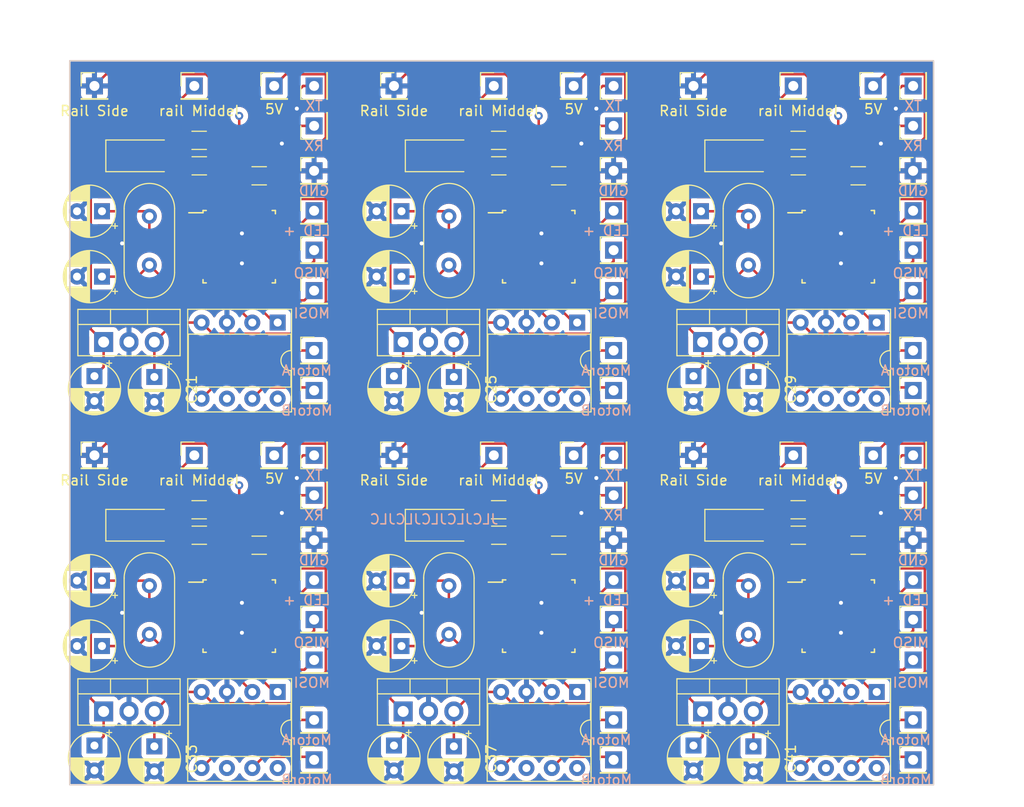
<source format=kicad_pcb>
(kicad_pcb (version 20221018) (generator pcbnew)
  (layers (0 "F.Cu" signal) (31 "B.Cu" signal) (34 "B.Paste" user) (35 "F.Paste" user) (36 "B.SilkS" user "B.Silkscreen") (37 "F.SilkS" user "F.Silkscreen") (38 "B.Mask" user) (39 "F.Mask" user) (44 "Edge.Cuts" user))
  (net 0 "")
  (net 1 "GND")
  (net 2 "+5V")
  (net 3 "Net-(D1-K)")
  (net 4 "Net-(U1-PB6{slash}XTAL1)")
  (net 5 "Net-(U1-PB7{slash}XTAL2)")
  (net 6 "VCC")
  (net 7 "Net-(U1-PC6{slash}~{RESET})")
  (net 14 "Signal")
  (net 15 "BI")
  (net 24 "FI")
  (net 25 "Net-(S1-K)")
  (net 26 "Net-(S3-K)")
  (net 27 "Net-(S4-K)")
  (net 28 "Net-(S5-K)")
  (net 29 "Net-(S6-K)")
  (net 30 "Net-(S9-K)")
  (net 31 "Net-(S10-K)")
  (footprint "Connector_PinHeader_2.54mm:PinHeader_1x01_P2.54mm_Vertical" (layer "F.Cu") (at 117.21005 111.26005 90)
    (fp_text reference "S93" hide)
    (fp_text value "TX")
  )
  (footprint "Package_QFP:TQFP-32_7x7mm_P0.8mm" (layer "F.Cu") (at 139.71005 127.36005)
    (fp_text reference "U28" hide)
    (fp_text value "ATmega8-16A")
  )
  (footprint "Capacitor_THT:CP_Radial_D5.0mm_P2.50mm" (layer "F.Cu") (at 155.21005 140.324938 -90)
    (fp_text reference "C42" hide)
    (fp_text value "10uF")
  )
  (footprint "Connector_PinHeader_2.54mm:PinHeader_1x01_P2.54mm_Vertical" (layer "F.Cu") (at 147.21005 104.76005)
    (fp_text reference "S69" hide)
    (fp_text value "MotorB")
  )
  (footprint "Connector_PinHeader_2.54mm:PinHeader_1x01_P2.54mm_Vertical" (layer "F.Cu") (at 117.21005 131.76005)
    (fp_text reference "S97" hide)
    (fp_text value "MOSI")
  )
  (footprint "Resistor_SMD:R_1206_3216Metric" (layer "F.Cu") (at 135.71005 119.26005)
    (fp_text reference "R28" hide)
    (fp_text value "2.2k ohm")
  )
  (footprint "Connector_PinHeader_2.54mm:PinHeader_1x01_P2.54mm_Vertical" (layer "F.Cu") (at 117.21005 104.76005)
    (fp_text reference "S58" hide)
    (fp_text value "MotorB")
  )
  (footprint "Capacitor_THT:CP_Radial_D5.0mm_P2.50mm" (layer "F.Cu") (at 95.21005 103.324938 -90)
    (fp_text reference "C22" hide)
    (fp_text value "10uF")
  )
  (footprint "Package_TO_SOT_THT:TO-220-3_Vertical" (layer "F.Cu") (at 126.13005 136.91005)
    (fp_text reference "U29" hide)
    (fp_text value "LF15_TO220" hide)
  )
  (footprint "Capacitor_THT:CP_Radial_D5.0mm_P2.50mm" (layer "F.Cu") (at 95.965163 86.81005 180)
    (fp_text reference "C23" hide)
    (fp_text value "22pF")
  )
  (footprint "Package_QFP:TQFP-32_7x7mm_P0.8mm" (layer "F.Cu") (at 139.71005 90.36005)
    (fp_text reference "U19" hide)
    (fp_text value "ATmega8-16A")
  )
  (footprint "Connector_PinHeader_2.54mm:PinHeader_1x01_P2.54mm_Vertical" (layer "F.Cu") (at 113.21005 74.26005)
    (fp_text reference "S66" hide)
    (fp_text value "5V")
  )
  (footprint "Diode_SMD:D_2010_5025Metric_Pad1.52x2.65mm_HandSolder" (layer "F.Cu") (at 129.71005 118.26005)
    (fp_text reference "D10" hide)
    (fp_text value "D" hide)
  )
  (footprint "Resistor_SMD:R_1206_3216Metric" (layer "F.Cu") (at 135.69755 116.71005 180)
    (fp_text reference "R29" hide)
    (fp_text value "1k ohm")
  )
  (footprint "Capacitor_THT:CP_Radial_D5.0mm_P2.50mm" (layer "F.Cu") (at 101.21005 140.41005 -90)
    (fp_text reference "C33")
    (fp_text value "47uF")
  )
  (footprint "Capacitor_THT:CP_Radial_D5.0mm_P2.50mm" (layer "F.Cu") (at 125.965163 130.36005 180)
    (fp_text reference "C40" hide)
    (fp_text value "22pF")
  )
  (footprint "Connector_PinHeader_2.54mm:PinHeader_1x01_P2.54mm_Vertical" (layer "F.Cu") (at 117.21005 82.76005)
    (fp_text reference "S57" hide)
    (fp_text value "GND")
  )
  (footprint "Connector_PinHeader_2.54mm:PinHeader_1x01_P2.54mm_Vertical" (layer "F.Cu") (at 117.21005 86.76005)
    (fp_text reference "S56" hide)
    (fp_text value "LED +")
  )
  (footprint "Resistor_SMD:R_1206_3216Metric" (layer "F.Cu") (at 171.71005 120.26005 180)
    (fp_text reference "R33" hide)
    (fp_text value "1k ohm")
  )
  (footprint "Connector_PinHeader_2.54mm:PinHeader_1x01_P2.54mm_Vertical" (layer "F.Cu") (at 117.21005 100.76005)
    (fp_text reference "S59" hide)
    (fp_text value "MotorA")
  )
  (footprint "Package_DIP:DIP-8_W7.62mm_Socket" (layer "F.Cu") (at 143.56005 134.96005 -90)
    (fp_text reference "U30" hide)
    (fp_text value "RZ7886" hide)
  )
  (footprint "Capacitor_THT:CP_Radial_D5.0mm_P2.50mm" (layer "F.Cu") (at 161.21005 103.41005 -90)
    (fp_text reference "C29")
    (fp_text value "47uF")
  )
  (footprint "Package_DIP:DIP-8_W7.62mm_Socket" (layer "F.Cu") (at 113.56005 97.96005 -90)
    (fp_text reference "U18" hide)
    (fp_text value "RZ7886" hide)
  )
  (footprint "Connector_PinHeader_2.54mm:PinHeader_1x01_P2.54mm_Vertical" (layer "F.Cu") (at 173.21005 74.26005)
    (fp_text reference "S88" hide)
    (fp_text value "5V")
  )
  (footprint "Connector_PinHeader_2.54mm:PinHeader_1x01_P2.54mm_Vertical" (layer "F.Cu") (at 117.21005 123.76005)
    (fp_text reference "S89" hide)
    (fp_text value "LED +")
  )
  (footprint "Connector_PinHeader_2.54mm:PinHeader_1x01_P2.54mm_Vertical" (layer "F.Cu") (at 177.21005 100.76005)
    (fp_text reference "S81" hide)
    (fp_text value "MotorA")
  )
  (footprint "Connector_PinHeader_2.54mm:PinHeader_1x01_P2.54mm_Vertical" (layer "F.Cu") (at 147.21005 86.76005)
    (fp_text reference "S67" hide)
    (fp_text value "LED +")
  )
  (footprint "Connector_PinHeader_2.54mm:PinHeader_1x01_P2.54mm_Vertical" (layer "F.Cu") (at 155.21005 74.26005)
    (fp_text reference "S85" hide)
    (fp_text value "Rail Side")
  )
  (footprint "Package_TO_SOT_THT:TO-220-3_Vertical" (layer "F.Cu") (at 96.13005 136.91005)
    (fp_text reference "U26" hide)
    (fp_text value "LF15_TO220" hide)
  )
  (footprint "Resistor_SMD:R_1206_3216Metric" (layer "F.Cu") (at 135.71005 82.26005)
    (fp_text reference "R19" hide)
    (fp_text value "2.2k ohm")
  )
  (footprint "Connector_PinHeader_2.54mm:PinHeader_1x01_P2.54mm_Vertical" (layer "F.Cu") (at 177.21005 111.26005 90)
    (fp_text reference "S115" hide)
    (fp_text value "TX")
  )
  (footprint "Capacitor_THT:CP_Radial_D5.0mm_P2.50mm" (layer "F.Cu") (at 125.965163 123.81005 180)
    (fp_text reference "C39" hide)
    (fp_text value "22pF")
  )
  (footprint "Connector_PinHeader_2.54mm:PinHeader_1x01_P2.54mm_Vertical" (layer "F.Cu") (at 177.21005 119.76005)
    (fp_text reference "S112" hide)
    (fp_text value "GND")
  )
  (footprint "Connector_PinHeader_2.54mm:PinHeader_1x01_P2.54mm_Vertical" (layer "F.Cu") (at 147.21005 141.76005)
    (fp_text reference "S102" hide)
    (fp_text value "MotorB")
  )
  (footprint "Connector_PinHeader_2.54mm:PinHeader_1x01_P2.54mm_Vertical" (layer "F.Cu") (at 177.21005 74.26005 90)
    (fp_text reference "S82" hide)
    (fp_text value "TX")
  )
  (footprint "Connector_PinHeader_2.54mm:PinHeader_1x01_P2.54mm_Vertical" (layer "F.Cu") (at 147.21005 131.76005)
    (fp_text reference "S108" hide)
    (fp_text value "MOSI")
  )
  (footprint "Package_TO_SOT_THT:TO-220-3_Vertical" (layer "F.Cu") (at 156.13005 136.91005)
    (fp_text reference "U32" hide)
    (fp_text value "LF15_TO220" hide)
  )
  (footprint "Capacitor_THT:CP_Radial_D5.0mm_P2.50mm" (layer "F.Cu") (at 125.21005 103.324938 -90)
    (fp_text reference "C26" hide)
    (fp_text value "10uF")
  )
  (footprint "Capacitor_THT:CP_Radial_D5.0mm_P2.50mm" (layer "F.Cu") (at 155.965163 123.81005 180)
    (fp_text reference "C43" hide)
    (fp_text value "22pF")
  )
  (footprint "Connector_PinHeader_2.54mm:PinHeader_1x01_P2.54mm_Vertical" (layer "F.Cu") (at 125.21005 74.26005)
    (fp_text reference "S74" hide)
    (fp_text value "Rail Side")
  )
  (footprint "Capacitor_THT:CP_Radial_D5.0mm_P2.50mm" (layer "F.Cu") (at 131.21005 103.41005 -90)
    (fp_text reference "C25")
    (fp_text value "47uF")
  )
  (footprint "Connector_PinHeader_2.54mm:PinHeader_1x01_P2.54mm_Vertical" (layer "F.Cu") (at 177.21005 78.26005 90)
    (fp_text reference "S83" hide)
    (fp_text value "RX")
  )
  (footprint "Diode_SMD:D_2010_5025Metric_Pad1.52x2.65mm_HandSolder" (layer "F.Cu") (at 99.71005 81.26005)
    (fp_text reference "D6" hide)
    (fp_text value "D" hide)
  )
  (footprint "Connector_PinHeader_2.54mm:PinHeader_1x01_P2.54mm_Vertical" (layer "F.Cu") (at 147.21005 123.76005)
    (fp_text reference "S100" hide)
    (fp_text value "LED +")
  )
  (footprint "Package_TO_SOT_THT:TO-220-3_Vertical" (layer "F.Cu") (at 96.13005 99.91005)
    (fp_text reference "U17" hide)
    (fp_text value "LF15_TO220" hide)
  )
  (footprint "Resistor_SMD:R_1206_3216Metric" (layer "F.Cu") (at 105.69755 79.71005 180)
    (fp_text reference "R17" hide)
    (fp_text value "1k ohm")
  )
  (footprint "Connector_PinHeader_2.54mm:PinHeader_1x01_P2.54mm_Vertical" (layer "F.Cu") (at 165.21005 74.26005)
    (fp_text reference "S84" hide)
    (fp_text value "rail Middel")
  )
  (footprint "Connector_PinHeader_2.54mm:PinHeader_1x01_P2.54mm_Vertical" (layer "F.Cu") (at 135.21005 74.26005)
    (fp_text reference "S73" hide)
    (fp_text value "rail Middel")
  )
  (footprint "Resistor_SMD:R_1206_3216Metric" (layer "F.Cu") (at 165.69755 116.71005 180)
    (fp_text reference "R32" hide)
    (fp_text value "1k ohm")
  )
  (footprint "Capacitor_THT:CP_Radial_D5.0mm_P2.50mm" (layer "F.Cu") (at 95.21005 140.324938 -90)
    (fp_text reference "C34" hide)
    (fp_text value "10uF")
  )
  (footprint "Resistor_SMD:R_1206_3216Metric" (layer "F.Cu") (at 105.69755 116.71005 180)
    (fp_text reference "R26" hide)
    (fp_text value "1k ohm")
  )
  (footprint "Connector_PinHeader_2.54mm:PinHeader_1x01_P2.54mm_Vertical" (layer "F.Cu") (at 147.21005 74.26005 90)
    (fp_text reference "S71" hide)
    (fp_text value "TX")
  )
  (footprint "Resistor_SMD:R_1206_3216Metric" (layer "F.Cu") (at 105.71005 82.26005)
    (fp_text reference "R16" hide)
    (fp_text value "2.2k ohm")
  )
  (footprint "Package_TO_SOT_THT:TO-220-3_Vertical" (layer "F.Cu") (at 156.13005 99.91005)
    (fp_text reference "U23" hide)
    (fp_text value "LF15_TO220" hide)
  )
  (footprint "Capacitor_THT:CP_Radial_D5.0mm_P2.50mm" (layer "F.Cu") (at 95.965163 123.81005 180)
    (fp_text reference "C35" hide)
    (fp_text value "22pF")
  )
  (footprint "Connector_PinHeader_2.54mm:PinHeader_1x01_P2.54mm_Vertical" (layer "F.Cu") (at 117.21005 141.76005)
    (fp_text reference "S91" hide)
    (fp_text value "MotorB")
  )
  (footprint "Connector_PinHeader_2.54mm:PinHeader_1x01_P2.54mm_Vertical" (layer "F.Cu") (at 177.21005 131.76005)
    (fp_text reference "S119" hide)
    (fp_text value "MOSI")
  )
  (footprint "Capacitor_THT:CP_Radial_D5.0mm_P2.50mm" (layer "F.Cu") (at 131.21005 140.41005 -90)
    (fp_text reference "C37")
    (fp_text value "47uF")
  )
  (footprint "Connector_PinHeader_2.54mm:PinHeader_1x01_P2.54mm_Vertical" (layer "F.Cu") (at 117.21005 90.71005)
    (fp_text reference "S65" hide)
    (fp_text value "MISO")
  )
  (footprint "Resistor_SMD:R_1206_3216Metric" (layer "F.Cu") (at 141.71005 83.26005 180)
    (fp_text reference "R21" hide)
    (fp_text value "1k ohm")
  )
  (footprint "Connector_PinHeader_2.54mm:PinHeader_1x01_P2.54mm_Vertical" (layer "F.Cu") (at 105.21005 74.26005)
    (fp_text reference "S62" hide)
    (fp_text value "rail Middel")
  )
  (footprint "Connector_PinHeader_2.54mm:PinHeader_1x01_P2.54mm_Vertical" (layer "F.Cu") (at 135.21005 111.26005)
    (fp_text reference "S106" hide)
    (fp_text value "rail Middel")
  )
  (footprint "Connector_PinHeader_2.54mm:PinHeader_1x01_P2.54mm_Vertical" (layer "F.Cu") (at 117.21005 78.26005 90)
    (fp_text reference "S61" hide)
    (fp_text value "RX")
  )
  (footprint "Connector_PinHeader_2.54mm:PinHeader_1x01_P2.54mm_Vertical" (layer "F.Cu") (at 177.21005 82.76005)
    (fp_text reference "S79" hide)
    (fp_text value "GND")
  )
  (footprint "Connector_PinHeader_2.54mm:PinHeader_1x01_P2.54mm_Vertical" (layer "F.Cu") (at 165.21005 111.26005)
    (fp_text reference "S117" hide)
    (fp_text value "rail Middel")
  )
  (footprint "Connector_PinHeader_2.54mm:PinHeader_1x01_P2.54mm_Vertical" (layer "F.Cu") (at 177.21005 137.76005)
    (fp_text reference "S114" hide)
    (fp_text value "MotorA")
  )
  (footprint "Diode_SMD:D_2010_5025Metric_Pad1.52x2.65mm_HandSolder" (layer "F.Cu") (at 99.71005 118.26005)
    (fp_text reference "D9" hide)
    (fp_text value "D" hide)
  )
  (footprint "Diode_SMD:D_2010_5025Metric_Pad1.52x2.65mm_HandSolder" (layer "F.Cu") (at 159.71005 81.26005)
    (fp_text reference "D8" hide)
    (fp_text value "D" hide)
  )
  (footprint "Crystal:Crystal_HC49-4H_Vertical" (layer "F.Cu") (at 130.71005 124.31005 -90)
    (fp_text reference "Y10" hide)
    (fp_text value "Crystal 16k" hide)
  )
  (footprint "Connector_PinHeader_2.54mm:PinHeader_1x01_P2.54mm_Vertical" (layer "F.Cu") (at 143.21005 74.26005)
    (fp_text reference "S77" hide)
    (fp_text value "5V")
  )
  (footprint "Resistor_SMD:R_1206_3216Metric" (layer "F.Cu") (at 165.71005 119.26005)
    (fp_text reference "R31" hide)
    (fp_text value "2.2k ohm")
  )
  (footprint "Connector_PinHeader_2.54mm:PinHeader_1x01_P2.54mm_Vertical" (layer "F.Cu") (at 147.21005 94.76005)
    (fp_text reference "S75" hide)
    (fp_text value "MOSI")
  )
  (footprint "Connector_PinHeader_2.54mm:PinHeader_1x01_P2.54mm_Vertical" (layer "F.Cu") (at 147.21005 82.76005)
    (fp_text reference "S68" hide)
    (fp_text value "GND")
  )
  (footprint "Connector_PinHeader_2.54mm:PinHeader_1x01_P2.54mm_Vertical" (layer "F.Cu") (at 117.21005 119.76005)
    (fp_text reference "S90" hide)
    (fp_text value "GND")
  )
  (footprint "Crystal:Crystal_HC49-4H_Vertical" (layer "F.Cu") (at 160.71005 124.31005 -90)
    (fp_text reference "Y11" hide)
    (fp_text value "Crystal 16k" hide)
  )
  (footprint "Connector_PinHeader_2.54mm:PinHeader_1x01_P2.54mm_Vertical" (layer "F.Cu") (at 177.21005 115.26005 90)
    (fp_text reference "S116" hide)
    (fp_text value "RX")
  )
  (footprint "Resistor_SMD:R_1206_3216Metric" (layer "F.Cu") (at 135.69755 79.71005 180)
    (fp_text reference "R20" hide)
    (fp_text value "1k ohm")
  )
  (footprint "Connector_PinHeader_2.54mm:PinHeader_1x01_P2.54mm_Vertical" (layer "F.Cu") (at 125.21005 111.26005)
    (fp_text reference "S107" hide)
    (fp_text value "Rail Side")
  )
  (footprint "Capacitor_THT:CP_Radial_D5.0mm_P2.50mm" (layer "F.Cu") (at 125.965163 86.81005 180)
    (fp_text reference "C27" hide)
    (fp_text value "22pF")
  )
  (footprint "Resistor_SMD:R_1206_3216Metric" (layer "F.Cu") (at 141.71005 120.26005 180)
    (fp_text reference "R30" hide)
    (fp_text value "1k ohm")
  )
  (footprint "Connector_PinHeader_2.54mm:PinHeader_1x01_P2.54mm_Vertical" (layer "F.Cu") (at 117.21005 74.26005 90)
    (fp_text reference "S60" hide)
    (fp_text value "TX")
  )
  (footprint "Resistor_SMD:R_1206_3216Metric" (layer "F.Cu") (at 165.71005 82.26005)
    (fp_text reference "R22" hide)
    (fp_text value "2.2k ohm")
  )
  (footprint "Connector_PinHeader_2.54mm:PinHeader_1x01_P2.54mm_Vertical" (layer "F.Cu") (at 177.21005 123.76005)
    (fp_text reference "S111" hide)
    (fp_text value "LED +")
  )
  (footprint "Capacitor_THT:CP_Radial_D5.0mm_P2.50mm" (layer "F.Cu") (at 95.965163 130.36005 180)
    (fp_text reference "C36" hide)
    (fp_text value "22pF")
  )
  (footprint "Package_QFP:TQFP-32_7x7mm_P0.8mm" (layer "F.Cu") (at 169.71005 90.36005)
    (fp_text reference "U22" hide)
    (fp_text value "ATmega8-16A")
  )
  (footprint "Connector_PinHeader_2.54mm:PinHeader_1x01_P2.54mm_Vertical" (layer "F.Cu") (at 117.21005 115.26005 90)
    (fp_text reference "S94" hide)
    (fp_text value "RX")
  )
  (footprint "Capacitor_THT:CP_Radial_D5.0mm_P2.50mm" (layer "F.Cu") (at 155.21005 103.324938 -90)
    (fp_text reference "C30" hide)
    (fp_text value "10uF")
  )
  (footprint "Package_DIP:DIP-8_W7.62mm_Socket" (layer "F.Cu") (at 173.56005 134.96005 -90)
    (fp_text reference "U33" hide)
    (fp_text value "RZ7886" hide)
  )
  (footprint "Capacitor_THT:CP_Radial_D5.0mm_P2.50mm" (layer "F.Cu") (at 125.21005 140.324938 -90)
    (fp_text reference "C38" hide)
    (fp_text value "10uF")
  )
  (footprint "Connector_PinHeader_2.54mm:PinHeader_1x01_P2.54mm_Vertical" (layer "F.Cu") (at 177.21005 104.76005)
    (fp_text reference "S80" hide)
    (fp_text value "MotorB")
  )
  (footprint "Connector_PinHeader_2.54mm:PinHeader_1x01_P2.54mm_Vertical" (layer "F.Cu") (at 177.21005 94.76005)
    (fp_text reference "S86" hide)
    (fp_text value "MOSI")
  )
  (footprint "Connector_PinHeader_2.54mm:PinHeader_1x01_P2.54mm_Vertical" (layer "F.Cu") (at 143.21005 111.26005)
    (fp_text reference "S110" hide)
    (fp_text value "5V")
  )
  (footprint "Capacitor_THT:CP_Radial_D5.0mm_P2.50mm" (layer "F.Cu") (at 125.965163 93.36005 180)
    (fp_text reference "C28" hide)
    (fp_text value "22pF")
  )
  (footprint "Package_DIP:DIP-8_W7.62mm_Socket" (layer "F.Cu") (at 173.56005 97.96005 -90)
    (fp_text reference "U24" hide)
    (fp_text value "RZ7886" hide)
  )
  (footprint "Resistor_SMD:R_1206_3216Metric" (layer "F.Cu") (at 171.71005 83.26005 180)
    (fp_text reference "R24" hide)
    (fp_text value "1k ohm")
  )
  (footprint "Capacitor_THT:CP_Radial_D5.0mm_P2.50mm" (layer "F.Cu") (at 161.21005 140.41005 -90)
    (fp_text reference "C41")
    (fp_text value "47uF")
  )
  (footprint "Connector_PinHeader_2.54mm:PinHeader_1x01_P2.54mm_Vertical" (layer "F.Cu") (at 177.21005 127.71005)
    (fp_text reference "S120" hide)
    (fp_text value "MISO")
  )
  (footprint "Connector_PinHeader_2.54mm:PinHeader_1x01_P2.54mm_Vertical" (layer "F.Cu") (at 113.21005 111.26005)
    (fp_text reference "S99" hide)
    (fp_text value "5V")
  )
  (footprint "Capacitor_THT:CP_Radial_D5.0mm_P2.50mm" (layer "F.Cu") (at 155.965163 86.81005 180)
    (fp_text reference "C31" hide)
    (fp_text value "22pF")
  )
  (footprint "Capacitor_THT:CP_Radial_D5.0mm_P2.50mm" (layer "F.Cu") (at 101.21005 103.41005 -90)
    (fp_text reference "C21")
    (fp_text value "47uF")
  )
  (footprint "Connector_PinHeader_2.54mm:PinHeader_1x01_P2.54mm_Vertical" (layer "F.Cu") (at 117.21005 94.76005)
    (fp_text reference "S64" hide)
    (fp_text value "MOSI")
  )
  (footprint "Diode_SMD:D_2010_5025Metric_Pad1.52x2.65mm_HandSolder" (layer "F.Cu") (at 129.71005 81.26005)
    (fp_text reference "D7" hide)
    (fp_text value "D" hide)
  )
  (footprint "Crystal:Crystal_HC49-4H_Vertical" (layer "F.Cu") (at 100.71005 87.31005 -90)
    (fp_text reference "Y6" hide)
    (fp_text value "Crystal 16k" hide)
  )
  (footprint "Connector_PinHeader_2.54mm:PinHeader_1x01_P2.54mm_Vertical" (layer "F.Cu") (at 147.21005 137.76005)
    (fp_text reference "S103" hide)
    (fp_text value "MotorA")
  )
  (footprint "Connector_PinHeader_2.54mm:PinHeader_1x01_P2.54mm_Vertical" (layer "F.Cu") (at 147.21005 115.26005 90)
    (fp_text reference "S105" hide)
    (fp_text value "RX")
  )
  (footprint "Capacitor_THT:CP_Radial_D5.0mm_P2.50mm" (layer "F.Cu") (at 155.965163 130.36005 180)
    (fp_text reference "C44" hide)
    (fp_text value "22pF")
  )
  (footprint "Package_DIP:DIP-8_W7.62mm_Socket" (layer "F.Cu") (at 143.56005 97.96005 -90)
    (fp_text reference "U21" hide)
    (fp_text value "RZ7886" hide)
  )
  (footprint "Connector_PinHeader_2.54mm:PinHeader_1x01_P2.54mm_Vertical" (layer "F.Cu") (at 105.21005 111.26005)
    (fp_text reference "S95" hide)
    (fp_text value "rail Middel")
  )
  (footprint "Connector_PinHeader_2.54mm:PinHeader_1x01_P2.54mm_Vertical" (layer "F.Cu") (at 147.21005 127.71005)
    (fp_text reference "S109" hide)
    (fp_text value "MISO")
  )
  (footprint "Crystal:Crystal_HC49-4H_Vertical" (layer "F.Cu") (at 100.71005 124.31005 -90)
    (fp_text reference "Y9" hide)
    (fp_text value "Crystal 16k" hide)
  )
  (footprint "Connector_PinHeader_2.54mm:PinHeader_1x01_P2.54mm_Vertical" (layer "F.Cu") (at 177.21005 90.71005)
    (fp_text reference "S87" hide)
    (fp_text value "MISO")
  )
  (footprint "Connector_PinHeader_2.54mm:PinHeader_1x01_P2.54mm_Vertical" (layer "F.Cu") (at 177.21005 86.76005)
    (fp_text reference "S78" hide)
    (fp_text value "LED +")
  )
  (footprint "Connector_PinHeader_2.54mm:PinHeader_1x01_P2.54mm_Vertical" (layer "F.Cu") (at 177.21005 141.76005)
    (fp_text reference "S113" hide)
    (fp_text value "MotorB")
  )
  (footprint "Connector_PinHeader_2.54mm:PinHeader_1x01_P2.54mm_Vertical" (layer "F.Cu") (at 117.21005 137.76005)
    (fp_text reference "S92" hide)
    (fp_text value "MotorA")
  )
  (footprint "Package_QFP:TQFP-32_7x7mm_P0.8mm" (layer "F.Cu") (at 109.71005 90.36005)
    (fp_text reference "U16" hide)
    (fp_text value "ATmega8-16A")
  )
  (footprint "Connector_PinHeader_2.54mm:PinHeader_1x01_P2.54mm_Vertical" (layer "F.Cu") (at 155.21005 111.26005)
    (fp_text reference "S118" hide)
    (fp_text value "Rail Side")
  )
  (footprint "Crystal:Crystal_HC49-4H_Vertical" (layer "F.Cu") (at 130.71005 87.31005 -90)
    (fp_text reference "Y7" hide)
    (fp_text value "Crystal 16k" hide)
  )
  (footprint "Connector_PinHeader_2.54mm:PinHeader_1x01_P2.54mm_Vertical" (layer "F.Cu") (at 147.21005 119.76005)
    (fp_text reference "S101" hide)
    (fp_text value "GND")
  )
  (footprint "Package_DIP:DIP-8_W7.62mm_Socket" (layer "F.Cu") (at 113.56005 134.96005 -90)
    (fp_text reference "U27" hide)
    (fp_text value "RZ7886" hide)
  )
  (footprint "Resistor_SMD:R_1206_3216Metric" (layer "F.Cu") (at 111.71005 83.26005 180)
    (fp_text reference "R18" hide)
    (fp_text value "1k ohm")
  )
  (footprint "Capacitor_THT:CP_Radial_D5.0mm_P2.50mm" (layer "F.Cu") (at 95.965163 93.36005 180)
    (fp_text reference "C24" hide)
    (fp_text value "22pF")
  )
  (footprint "Package_QFP:TQFP-32_7x7mm_P0.8mm" (layer "F.Cu") (at 169.71005 127.36005)
    (fp_text reference "U31" hide)
    (fp_text value "ATmega8-16A")
  )
  (footprint "Resistor_SMD:R_1206_3216Metric" (layer "F.Cu") (at 111.71005 120.26005 180)
    (fp_text reference "R27" hide)
    (fp_text value "1k ohm")
  )
  (footprint "Connector_PinHeader_2.54mm:PinHeader_1x01_P2.54mm_Vertical" (layer "F.Cu") (at 95.21005 74.26005)
    (fp_text reference "S63" hide)
    (fp_text value "Rail Side")
  )
  (footprint "Connector_PinHeader_2.54mm:PinHeader_1x01_P2.54mm_Vertical" (layer "F.Cu") (at 147.21005 100.76005)
    (fp_text reference "S70" hide)
    (fp_text value "MotorA")
  )
  (footprint "Resistor_SMD:R_1206_3216Metric" (layer "F.Cu") (at 165.69755 79.71005 180)
    (fp_text reference "R23" hide)
    (fp_text value "1k ohm")
  )
  (footprint "Resistor_SMD:R_1206_3216Metric" (layer "F.Cu") (at 105.71005 119.26005)
    (fp_text reference "R25" hide)
    (fp_text value "2.2k ohm")
  )
  (footprint "Connector_PinHeader_2.54mm:PinHeader_1x01_P2.54mm_Vertical" (layer "F.Cu") (at 147.21005 111.26005 90)
    (fp_text reference "S104" hide)
    (fp_text value "TX")
  )
  (footprint "Crystal:Crystal_HC49-4H_Vertical" (layer "F.Cu") (at 160.71005 87.31005 -90)
    (fp_text reference "Y8" hide)
    (fp_text value "Crystal 16k" hide)
  )
  (footprint "Connector_PinHeader_2.54mm:PinHeader_1x01_P2.54mm_Vertical" (layer "F.Cu") (at 95.21005 111.26005)
    (fp_text reference "S96" hide)
    (fp_text value "Rail Side")
  )
  (footprint "Package_QFP:TQFP-32_7x7mm_P0.8mm" (layer "F.Cu") (at 109.71005 127.36005)
    (fp_text reference "U25" hide)
    (fp_text value "ATmega8-16A")
  )
  (footprint "Capacitor_THT:CP_Radial_D5.0mm_P2.50mm" (layer "F.Cu") (at 155.965163 93.36005 180)
    (fp_text reference "C32" hide)
    (fp_text value "22pF")
  )
  (footprint "Connector_PinHeader_2.54mm:PinHeader_1x01_P2.54mm_Vertical" (layer "F.Cu") (at 173.21005 111.26005)
    (fp_text reference "S121" hide)
    (fp_text value "5V")
  )
  (footprint "Connector_PinHeader_2.54mm:PinHeader_1x01_P2.54mm_Vertical" (layer "F.Cu") (at 147.21005 78.26005 90)
    (fp_text reference "S72" hide)
    (fp_text value "RX")
  )
  (footprint "Package_TO_SOT_THT:TO-220-3_Vertical" (layer "F.Cu") (at 126.13005 99.91005)
    (fp_text reference "U20" hide)
    (fp_text value "LF15_TO220" hide)
  )
  (footprint "Connector_PinHeader_2.54mm:PinHeader_1x01_P2.54mm_Vertical" (layer "F.Cu") (at 147.21005 90.71005)
    (fp_text reference "S76" hide)
    (fp_text value "MISO")
  )
  (footprint "Connector_PinHeader_2.54mm:PinHeader_1x01_P2.54mm_Vertical" (layer "F.Cu") (at 117.21005 127.71005)
    (fp_text reference "S98" hide)
    (fp_text value "MISO")
  )
  (footprint "Diode_SMD:D_2010_5025Metric_Pad1.52x2.65mm_HandSolder" (layer "F.Cu") (at 159.71005 118.26005)
    (fp_text reference "D11" hide)
    (fp_text value "D" hide)
  )
  (gr_rect (start 92.75 71.75) (end 179.25 144.25) (stroke (width 0.15)) (fill none) (layer "B.SilkS"))
  (gr_rect (start 92.75 71.75) (end 179.25 144.25) (stroke (width 0.1)) (fill none) (layer "Edge.Cuts"))
  (gr_text "JLCJLCJLCJLCJLC" (at 135.75 118.25) (layer "B.SilkS") (effects (font (size 1 1)) (justify left bottom mirror)))
  (segment (start 172.91005 126.96005) (end 173.96005 126.96005) (width 0.25) (layer "F.Cu") (net 1))
  (segment (start 136.71005 77.23505) (end 134.23505 79.71005) (width 0.25) (layer "F.Cu") (net 1))
  (segment (start 139.98005 126.03005) (end 139.85005 126.16005) (width 0.25) (layer "F.Cu") (net 1))
  (segment (start 134.41005 90.76005) (end 134.33505 90.68505) (width 0.25) (layer "F.Cu") (net 1))
  (segment (start 134.41005 89.16005) (end 135.46005 89.16005) (width 0.25) (layer "F.Cu") (net 1))
  (segment (start 166.38505 73.08505) (end 166.71005 73.41005) (width 0.25) (layer "F.Cu") (net 1))
  (segment (start 136.38505 73.08505) (end 136.71005 73.41005) (width 0.25) (layer "F.Cu") (net 1))
  (segment (start 134.33505 126.23505) (end 134.41005 126.16005) (width 0.25) (layer "F.Cu") (net 1))
  (segment (start 164.33505 127.68505) (end 164.33505 126.23505) (width 0.25) (layer "F.Cu") (net 1))
  (segment (start 126.38505 110.08505) (end 136.38505 110.08505) (width 0.25) (layer "F.Cu") (net 1))
  (segment (start 106.38505 73.08505) (end 106.71005 73.41005) (width 0.25) (layer "F.Cu") (net 1))
  (segment (start 136.71005 73.41005) (end 136.71005 77.23505) (width 0.25) (layer "F.Cu") (net 1))
  (segment (start 104.33505 127.68505) (end 104.33505 126.23505) (width 0.25) (layer "F.Cu") (net 1))
  (segment (start 109.85005 126.16005) (end 105.46005 126.16005) (width 0.25) (layer "F.Cu") (net 1))
  (segment (start 95.21005 111.26005) (end 96.38505 110.08505) (width 0.25) (layer "F.Cu") (net 1))
  (segment (start 95.21005 74.26005) (end 96.38505 73.08505) (width 0.25) (layer "F.Cu") (net 1))
  (segment (start 134.41005 127.76005) (end 134.33505 127.68505) (width 0.25) (layer "F.Cu") (net 1))
  (segment (start 142.91005 126.96005) (end 143.96005 126.96005) (width 0.25) (layer "F.Cu") (net 1))
  (segment (start 164.41005 90.76005) (end 164.33505 90.68505) (width 0.25) (layer "F.Cu") (net 1))
  (segment (start 106.71005 77.23505) (end 104.23505 79.71005) (width 0.25) (layer "F.Cu") (net 1))
  (segment (start 169.98005 89.03005) (end 171.98005 89.03005) (width 0.25) (layer "F.Cu") (net 1))
  (segment (start 136.38505 110.08505) (end 136.71005 110.41005) (width 0.25) (layer "F.Cu") (net 1))
  (segment (start 172.91005 89.96005) (end 173.96005 89.96005) (width 0.25) (layer "F.Cu") (net 1))
  (segment (start 134.33505 127.68505) (end 134.33505 126.23505) (width 0.25) (layer "F.Cu") (net 1))
  (segment (start 104.41005 126.16005) (end 105.46005 126.16005) (width 0.25) (layer "F.Cu") (net 1))
  (segment (start 104.41005 90.76005) (end 104.33505 90.68505) (width 0.25) (layer "F.Cu") (net 1))
  (segment (start 164.41005 126.16005) (end 165.46005 126.16005) (width 0.25) (layer "F.Cu") (net 1))
  (segment (start 164.41005 89.16005) (end 165.46005 89.16005) (width 0.25) (layer "F.Cu") (net 1))
  (segment (start 134.33505 89.23505) (end 134.41005 89.16005) (width 0.25) (layer "F.Cu") (net 1))
  (segment (start 164.33505 126.23505) (end 164.41005 126.16005) (width 0.25) (layer "F.Cu") (net 1))
  (segment (start 104.33505 90.68505) (end 104.33505 89.23505) (width 0.25) (layer "F.Cu") (net 1))
  (segment (start 166.71005 114.23505) (end 164.23505 116.71005) (width 0.25) (layer "F.Cu") (net 1))
  (segment (start 169.98005 126.03005) (end 169.85005 126.16005) (width 0.25) (layer "F.Cu") (net 1))
  (segment (start 109.85005 89.16005) (end 105.46005 89.16005) (width 0.25) (layer "F.Cu") (net 1))
  (segment (start 169.85005 126.16005) (end 165.46005 126.16005) (width 0.25) (layer "F.Cu") (net 1))
  (segment (start 166.71005 73.41005) (end 166.71005 77.23505) (width 0.25) (layer "F.Cu") (net 1))
  (segment (start 105.46005 127.76005) (end 104.41005 127.76005) (width 0.25) (layer "F.Cu") (net 1))
  (segment (start 171.98005 126.03005) (end 172.91005 126.96005) (width 0.25) (layer "F.Cu") (net 1))
  (segment (start 156.38505 110.08505) (end 166.38505 110.08505) (width 0.25) (layer "F.Cu") (net 1))
  (segment (start 139.85005 126.16005) (end 135.46005 126.16005) (width 0.25) (layer "F.Cu") (net 1))
  (segment (start 164.41005 127.76005) (end 164.33505 127.68505) (width 0.25) (layer "F.Cu") (net 1))
  (segment (start 165.46005 127.76005) (end 164.41005 127.76005) (width 0.25) (layer "F.Cu") (net 1))
  (segment (start 109.98005 89.03005) (end 109.85005 89.16005) (width 0.25) (layer "F.Cu") (net 1))
  (segment (start 134.41005 126.16005) (end 135.46005 126.16005) (width 0.25) (layer "F.Cu") (net 1))
  (segment (start 156.38505 73.08505) (end 166.38505 73.08505) (width 0.25) (layer "F.Cu") (net 1))
  (segment (start 169.98005 89.03005) (end 169.85005 89.16005) (width 0.25) (layer "F.Cu") (net 1))
  (segment (start 136.71005 110.41005) (end 136.71005 114.23505) (width 0.25) (layer "F.Cu") (net 1))
  (segment (start 112.91005 89.96005) (end 113.96005 89.96005) (width 0.25) (layer "F.Cu") (net 1))
  (segment (start 109.98005 89.03005) (end 111.98005 89.03005) (width 0.25) (layer "F.Cu") (net 1))
  (segment (start 141.98005 89.03005) (end 142.91005 89.96005) (width 0.25) (layer "F.Cu") (net 1))
  (segment (start 104.41005 127.76005) (end 104.33505 127.68505) (width 0.25) (layer "F.Cu") (net 1))
  (segment (start 155.21005 74.26005) (end 156.38505 73.08505) (width 0.25) (layer "F.Cu") (net 1))
  (segment (start 169.85005 89.16005) (end 165.46005 89.16005) (width 0.25) (layer "F.Cu") (net 1))
  (segment (start 109.98005 126.03005) (end 109.85005 126.16005) (width 0.25) (layer "F.Cu") (net 1))
  (segment (start 134.33505 90.68505) (end 134.33505 89.23505) (width 0.25) (layer "F.Cu") (net 1))
  (segment (start 96.38505 110.08505) (end 106.38505 110.08505) (width 0.25) (layer "F.Cu") (net 1))
  (segment (start 109.98005 126.03005) (end 111.98005 126.03005) (width 0.25) (layer "F.Cu") (net 1))
  (segment (start 139.98005 89.03005) (end 139.85005 89.16005) (width 0.25) (layer "F.Cu") (net 1))
  (segment (start 135.46005 90.76005) (end 134.41005 90.76005) (width 0.25) (layer "F.Cu") (net 1))
  (segment (start 126.38505 73.08505) (end 136.38505 73.08505) (width 0.25) (layer "F.Cu") (net 1))
  (segment (start 142.91005 89.96005) (end 143.96005 89.96005) (width 0.25) (layer "F.Cu") (net 1))
  (segment (start 96.38505 73.08505) (end 106.38505 73.08505) (width 0.25) (layer "F.Cu") (net 1))
  (segment (start 139.98005 89.03005) (end 141.98005 89.03005) (width 0.25) (layer "F.Cu") (net 1))
  (segment (start 136.71005 114.23505) (end 134.23505 116.71005) (width 0.25) (layer "F.Cu") (net 1))
  (segment (start 164.33505 89.23505) (end 164.41005 89.16005) (width 0.25) (layer "F.Cu") (net 1))
  (segment (start 111.98005 89.03005) (end 112.91005 89.96005) (width 0.25) (layer "F.Cu") (net 1))
  (segment (start 106.38505 110.08505) (end 106.71005 110.41005) (width 0.25) (layer "F.Cu") (net 1))
  (segment (start 166.71005 110.41005) (end 166.71005 114.23505) (width 0.25) (layer "F.Cu") (net 1))
  (segment (start 104.41005 89.16005) (end 105.46005 89.16005) (width 0.25) (layer "F.Cu") (net 1))
  (segment (start 164.33505 90.68505) (end 164.33505 89.23505) (width 0.25) (layer "F.Cu") (net 1))
  (segment (start 135.46005 127.76005) (end 134.41005 127.76005) (width 0.25) (layer "F.Cu") (net 1))
  (segment (start 155.21005 111.26005) (end 156.38505 110.08505) (width 0.25) (layer "F.Cu") (net 1))
  (segment (start 165.46005 90.76005) (end 164.41005 90.76005) (width 0.25) (layer "F.Cu") (net 1))
  (segment (start 112.91005 126.96005) (end 113.96005 126.96005) (width 0.25) (layer "F.Cu") (net 1))
  (segment (start 139.98005 126.03005) (end 141.98005 126.03005) (width 0.25) (layer "F.Cu") (net 1))
  (segment (start 166.71005 77.23505) (end 164.23505 79.71005) (width 0.25) (layer "F.Cu") (net 1))
  (segment (start 139.85005 89.16005) (end 135.46005 89.16005) (width 0.25) (layer "F.Cu") (net 1))
  (segment (start 171.98005 89.03005) (end 172.91005 89.96005) (width 0.25) (layer "F.Cu") (net 1))
  (segment (start 111.98005 126.03005) (end 112.91005 126.96005) (width 0.25) (layer "F.Cu") (net 1))
  (segment (start 104.33505 89.23505) (end 104.41005 89.16005) (width 0.25) (layer "F.Cu") (net 1))
  (segment (start 141.98005 126.03005) (end 142.91005 126.96005) (width 0.25) (layer "F.Cu") (net 1))
  (segment (start 125.21005 74.26005) (end 126.38505 73.08505) (width 0.25) (layer "F.Cu") (net 1))
  (segment (start 125.21005 111.26005) (end 126.38505 110.08505) (width 0.25) (layer "F.Cu") (net 1))
  (segment (start 106.71005 73.41005) (end 106.71005 77.23505) (width 0.25) (layer "F.Cu") (net 1))
  (segment (start 166.38505 110.08505) (end 166.71005 110.41005) (width 0.25) (layer "F.Cu") (net 1))
  (segment (start 169.98005 126.03005) (end 171.98005 126.03005) (width 0.25) (layer "F.Cu") (net 1))
  (segment (start 105.46005 90.76005) (end 104.41005 90.76005) (width 0.25) (layer "F.Cu") (net 1))
  (segment (start 106.71005 114.23505) (end 104.23505 116.71005) (width 0.25) (layer "F.Cu") (net 1))
  (segment (start 104.33505 126.23505) (end 104.41005 126.16005) (width 0.25) (layer "F.Cu") (net 1))
  (segment (start 106.71005 110.41005) (end 106.71005 114.23505) (width 0.25) (layer "F.Cu") (net 1))
  (via (at 109.98005 92.03005) (size 0.8) (drill 0.4) (layers "F.Cu" "B.Cu") (net 1))
  (via (at 139.98005 129.03005) (size 0.8) (drill 0.4) (layers "F.Cu" "B.Cu") (net 1))
  (via (at 139.98005 89.03005) (size 0.8) (drill 0.4) (layers "F.Cu" "B.Cu") (net 1))
  (via (at 139.98005 126.03005) (size 0.8) (drill 0.4) (layers "F.Cu" "B.Cu") (net 1))
  (via (at 173.98005 117.03005) (size 0.8) (drill 0.4) (layers "F.Cu" "B.Cu") (net 1))
  (via (at 113.98005 117.03005) (size 0.8) (drill 0.4) (layers "F.Cu" "B.Cu") (net 1))
  (via (at 169.98005 129.03005) (size 0.8) (drill 0.4) (layers "F.Cu" "B.Cu") (net 1))
  (via (at 97.98005 127.03005) (size 0.8) (drill 0.4) (layers "F.Cu" "B.Cu") (net 1))
  (via (at 173.98005 80.03005) (size 0.8) (drill 0.4) (layers "F.Cu" "B.Cu") (net 1))
  (via (at 169.98005 92.03005) (size 0.8) (drill 0.4) (layers "F.Cu" "B.Cu") (net 1))
  (via (at 109.98005 126.03005) (size 0.8) (drill 0.4) (layers "F.Cu" "B.Cu") (net 1))
  (via (at 127.98005 127.03005) (size 0.8) (drill 0.4) (layers "F.Cu" "B.Cu") (net 1))
  (via (at 97.98005 90.03005) (size 0.8) (drill 0.4) (layers "F.Cu" "B.Cu") (net 1))
  (via (at 143.98005 80.03005) (size 0.8) (drill 0.4) (layers "F.Cu" "B.Cu") (net 1))
  (via (at 175.48005 113.53005) (size 0.8) (drill 0.4) (layers "F.Cu" "B.Cu") (net 1))
  (via (at 157.98005 90.03005) (size 0.8) (drill 0.4) (layers "F.Cu" "B.Cu") (net 1))
  (via (at 169.98005 126.03005) (size 0.8) (drill 0.4) (layers "F.Cu" "B.Cu") (net 1))
  (via (at 115.48005 113.53005) (size 0.8) (drill 0.4) (layers "F.Cu" "B.Cu") (net 1))
  (via (at 145.48005 113.53005) (size 0.8) (drill 0.4) (layers "F.Cu" "B.Cu") (net 1))
  (via (at 169.98005 89.03005) (size 0.8) (drill 0.4) (layers "F.Cu" "B.Cu") (net 1))
  (via (at 145.48005 76.53005) (size 0.8) (drill 0.4) (layers "F.Cu" "B.Cu") (net 1))
  (via (at 139.98005 92.03005) (size 0.8) (drill 0.4) (layers "F.Cu" "B.Cu") (net 1))
  (via (at 175.48005 76.53005) (size 0.8) (drill 0.4) (layers "F.Cu" "B.Cu") (net 1))
  (via (at 115.48005 76.53005) (size 0.8) (drill 0.4) (layers "F.Cu" "B.Cu") (net 1))
  (via (at 113.98005 80.03005) (size 0.8) (drill 0.4) (layers "F.Cu" "B.Cu") (net 1))
  (via (at 109.98005 89.03005) (size 0.8) (drill 0.4) (layers "F.Cu" "B.Cu") (net 1))
  (via (at 143.98005 117.03005) (size 0.8) (drill 0.4) (layers "F.Cu" "B.Cu") (net 1))
  (via (at 157.98005 127.03005) (size 0.8) (drill 0.4) (layers "F.Cu" "B.Cu") (net 1))
  (via (at 109.98005 129.03005) (size 0.8) (drill 0.4) (layers "F.Cu" "B.Cu") (net 1))
  (via (at 127.98005 90.03005) (size 0.8) (drill 0.4) (layers "F.Cu" "B.Cu") (net 1))
  (segment (start 168.48005 98.64005) (end 168.48005 97.96005) (width 0.25) (layer "B.Cu") (net 1))
  (segment (start 100.86005 143.26005) (end 101.21005 142.91005) (width 0.25) (layer "B.Cu") (net 1))
  (segment (start 160.86005 106.26005) (end 161.21005 105.91005) (width 0.25) (layer "B.Cu") (net 1))
  (segment (start 160.86005 143.26005) (end 161.21005 142.91005) (width 0.25) (layer "B.Cu") (net 1))
  (segment (start 138.48005 98.64005) (end 138.48005 97.96005) (width 0.25) (layer "B.Cu") (net 1))
  (segment (start 108.48005 135.64005) (end 108.48005 134.96005) (width 0.25) (layer "B.Cu") (net 1))
  (segment (start 130.86005 143.26005) (end 131.21005 142.91005) (width 0.25) (layer "B.Cu") (net 1))
  (segment (start 130.86005 106.26005) (end 131.21005 105.91005) (width 0.25) (layer "B.Cu") (net 1))
  (segment (start 100.86005 106.26005) (end 101.21005 105.91005) (width 0.25) (layer "B.Cu") (net 1))
  (segment (start 168.48005 135.64005) (end 168.48005 134.96005) (width 0.25) (layer "B.Cu") (net 1))
  (segment (start 108.48005 98.64005) (end 108.48005 97.96005) (width 0.25) (layer "B.Cu") (net 1))
  (segment (start 138.48005 135.64005) (end 138.48005 134.96005) (width 0.25) (layer "B.Cu") (net 1))
  (segment (start 106.38505 128.56005) (end 105.46005 128.56005) (width 0.25) (layer "F.Cu") (net 2))
  (segment (start 173.17255 120.26005) (end 175.49755 122.58505) (width 0.25) (layer "F.Cu") (net 2))
  (segment (start 118.38505 79.43505) (end 116.56005 81.26005) (width 0.25) (layer "F.Cu") (net 2))
  (segment (start 173.96005 90.76005) (end 167.18505 90.76005) (width 0.25) (layer "F.Cu") (net 2))
  (segment (start 105.94005 97.96005) (end 103.16005 97.96005) (width 0.25) (layer "F.Cu") (net 2))
  (segment (start 112.83505 92.28505) (end 112.83505 90.90505) (width 0.25) (layer "F.Cu") (net 2))
  (segment (start 113.96005 127.76005) (end 107.18505 127.76005) (width 0.25) (layer "F.Cu") (net 2))
  (segment (start 101.21005 103.41005) (end 101.21005 99.91005) (width 0.25) (layer "F.Cu") (net 2))
  (segment (start 174.38505 110.08505) (end 178.38505 110.08505) (width 0.25) (layer "F.Cu") (net 2))
  (segment (start 144.38505 73.08505) (end 148.38505 73.08505) (width 0.25) (layer "F.Cu") (net 2))
  (segment (start 115.01005 127.76005) (end 113.96005 127.76005) (width 0.25) (layer "F.Cu") (net 2))
  (segment (start 107.06505 99.08505) (end 105.94005 97.96005) (width 0.25) (layer "F.Cu") (net 2))
  (segment (start 118.38505 122.58505) (end 118.38505 132.93505) (width 0.25) (layer "F.Cu") (net 2))
  (segment (start 145.08505 90.68505) (end 145.01005 90.76005) (width 0.25) (layer "F.Cu") (net 2))
  (segment (start 167.18505 90.76005) (end 166.38505 91.56005) (width 0.25) (layer "F.Cu") (net 2))
  (segment (start 172.98005 127.76005) (end 173.96005 127.76005) (width 0.25) (layer "F.Cu") (net 2))
  (segment (start 105.46005 126.96005) (end 106.38505 126.96005) (width 0.25) (layer "F.Cu") (net 2))
  (segment (start 107.06505 136.08505) (end 105.94005 134.96005) (width 0.25) (layer "F.Cu") (net 2))
  (segment (start 146.56005 81.26005) (end 145.17255 81.26005) (width 0.25) (layer "F.Cu") (net 2))
  (segment (start 112.83505 90.90505) (end 112.98005 90.76005) (width 0.25) (layer "F.Cu") (net 2))
  (segment (start 116.56005 118.26005) (end 115.17255 118.26005) (width 0.25) (layer "F.Cu") (net 2))
  (segment (start 173.17255 83.26005) (end 175.08505 85.17255) (width 0.25) (layer "F.Cu") (net 2))
  (segment (start 145.08505 122.17255) (end 145.08505 127.68505) (width 0.25) (layer "F.Cu") (net 2))
  (segment (start 173.17255 120.26005) (end 175.08505 122.17255) (width 0.25) (layer "F.Cu") (net 2))
  (segment (start 176.56005 118.26005) (end 175.17255 118.26005) (width 0.25) (layer "F.Cu") (net 2))
  (segment (start 148.38505 79.43505) (end 146.56005 81.26005) (width 0.25) (layer "F.Cu") (net 2))
  (segment (start 106.51005 91.56005) (end 105.46005 91.56005) (width 0.25) (layer "F.Cu") (net 2))
  (segment (start 115.49755 122.58505) (end 118.38505 122.58505) (width 0.25) (layer "F.Cu") (net 2))
  (segment (start 142.91005 92.36005) (end 142.83505 92.28505) (width 0.25) (layer "F.Cu") (net 2))
  (segment (start 106.58505 128.48505) (end 106.51005 128.56005) (width 0.25) (layer "F.Cu") (net 2))
  (segment (start 165.46005 89.96005) (end 166.38505 89.96005) (width 0.25) (layer "F.Cu") (net 2))
  (segment (start 145.01005 90.76005) (end 143.96005 90.76005) (width 0.25) (layer "F.Cu") (net 2))
  (segment (start 167.06505 99.08505) (end 165.94005 97.96005) (width 0.25) (layer "F.Cu") (net 2))
  (segment (start 113.96005 90.76005) (end 107.18505 90.76005) (width 0.25) (layer "F.Cu") (net 2))
  (segment (start 115.08505 127.68505) (end 115.01005 127.76005) (width 0.25) (layer "F.Cu") (net 2))
  (segment (start 107.18505 127.76005) (end 106.38505 128.56005) (width 0.25) (layer "F.Cu") (net 2))
  (segment (start 118.38505 132.93505) (end 115.23505 136.08505) (width 0.25) (layer "F.Cu") (net 2))
  (segment (start 166.58505 90.16005) (end 166.58505 91.48505) (width 0.25) (layer "F.Cu") (net 2))
  (segment (start 113.21005 111.26005) (end 114.38505 110.08505) (width 0.25) (layer "F.Cu") (net 2))
  (segment (start 173.96005 127.76005) (end 167.18505 127.76005) (width 0.25) (layer "F.Cu") (net 2))
  (segment (start 167.06505 136.08505) (end 165.94005 134.96005) (width 0.25) (layer "F.Cu") (net 2))
  (segment (start 145.23505 136.08505) (end 137.06505 136.08505) (width 0.25) (layer "F.Cu") (net 2))
  (segment (start 148.38505 132.93505) (end 145.23505 136.08505) (width 0.25) (layer "F.Cu") (net 2))
  (segment (start 178.38505 85.58505) (end 178.38505 95.93505) (width 0.25) (layer "F.Cu") (net 2))
  (segment (start 175.17255 81.26005) (end 173.17255 83.26005) (width 0.25) (layer "F.Cu") (net 2))
  (segment (start 166.38505 89.96005) (end 166.58505 90.16005) (width 0.25) (layer "F.Cu") (net 2))
  (segment (start 137.06505 99.08505) (end 135.94005 97.96005) (width 0.25) (layer "F.Cu") (net 2))
  (segment (start 114.38505 73.08505) (end 118.38505 73.08505) (width 0.25) (layer "F.Cu") (net 2))
  (segment (start 161.21005 140.41005) (end 161.21005 136.91005) (width 0.25) (layer "F.Cu") (net 2))
  (segment (start 148.38505 122.58505) (end 148.38505 132.93505) (width 0.25) (layer "F.Cu") (net 2))
  (segment (start 172.83505 92.28505) (end 172.83505 90.90505) (width 0.25) (layer "F.Cu") (net 2))
  (segment (start 113.96005 92.36005) (end 112.91005 92.36005) (width 0.25) (layer "F.Cu") (net 2))
  (segment (start 175.01005 127.76005) (end 173.96005 127.76005) (width 0.25) (layer "F.Cu") (net 2))
  (segment (start 133.16005 134.96005) (end 131.21005 136.91005) (width 0.25) (layer "F.Cu") (net 2))
  (segment (start 161.21005 103.41005) (end 161.21005 99.91005) (width 0.25) (layer "F.Cu") (net 2))
  (segment (start 142.83505 129.28505) (end 142.83505 127.90505) (width 0.25) (layer "F.Cu") (net 2))
  (segment (start 143.17255 120.26005) (end 145.49755 122.58505) (width 0.25) (layer "F.Cu") (net 2))
  (segment (start 103.16005 97.96005) (end 101.21005 99.91005) (width 0.25) (layer "F.Cu") (net 2))
  (segment (start 175.08505 90.68505) (end 175.01005 90.76005) (width 0.25) (layer "F.Cu") (net 2))
  (segment (start 114.38505 110.08505) (end 118.38505 110.08505) (width 0.25) (layer "F.Cu") (net 2))
  (segment (start 137.18505 90.76005) (end 136.38505 91.56005) (width 0.25) (layer "F.Cu") (net 2))
  (segment (start 172.83505 127.90505) (end 172.98005 127.76005) (width 0.25) (layer "F.Cu") (net 2))
  (segment (start 178.38505 132.93505) (end 175.23505 136.08505) (width 0.25) (layer "F.Cu") (net 2))
  (segment (start 143.96005 90.76005) (end 137.18505 90.76005) (width 0.25) (layer "F.Cu") (net 2))
  (segment (start 166.51005 128.56005) (end 165.46005 128.56005) (width 0.25) (layer "F.Cu") (net 2))
  (segment (start 146.56005 118.26005) (end 145.17255 118.26005) (width 0.25) (layer "F.Cu") (net 2))
  (segment (start 136.58505 90.16005) (end 136.58505 91.48505) (width 0.25) (layer "F.Cu") (net 2))
  (segment (start 113.17255 83.26005) (end 115.08505 85.17255) (width 0.25) (layer "F.Cu") (net 2))
  (segment (start 133.16005 97.96005) (end 131.21005 99.91005) (width 0.25) (layer "F.Cu") (net 2))
  (segment (start 166.38505 91.56005) (end 165.46005 91.56005) (width 0.25) (layer "F.Cu") (net 2))
  (segment (start 166.38505 126.96005) (end 166.58505 127.16005) (width 0.25) (layer "F.Cu") (net 2))
  (segment (start 113.21005 74.26005) (end 114.38505 73.08505) (width 0.25) (layer "F.Cu") (net 2))
  (segment (start 112.91005 92.36005) (end 112.83505 92.28505) (width 0.25) (layer "F.Cu") (net 2))
  (segment (start 137.06505 136.08505) (end 135.94005 134.96005) (width 0.25) (layer "F.Cu") (net 2))
  (segment (start 143.21005 74.26005) (end 144.38505 73.08505) (width 0.25) (layer "F.Cu") (net 2))
  (segment (start 178.38505 110.08505) (end 178.38505 116.43505) (width 0.25) (layer "F.Cu") (net 2))
  (segment (start 136.58505 128.48505) (end 136.51005 128.56005) (width 0.25) (layer "F.Cu") (net 2))
  (segment (start 116.56005 81.26005) (end 115.17255 81.26005) (width 0.25) (layer "F.Cu") (net 2))
  (segment (start 145.23505 99.08505) (end 137.06505 99.08505) (width 0.25) (layer "F.Cu") (net 2))
  (segment (start 166.38505 128.56005) (end 165.46005 128.56005) (width 0.25) (layer "F.Cu") (net 2))
  (segment (start 167.18505 127.76005) (end 166.38505 128.56005) (width 0.25) (layer "F.Cu") (net 2))
  (segment (start 143.96005 129.36005) (end 142.91005 129.36005) (width 0.25) (layer "F.Cu") (net 2))
  (segment (start 165.94005 97.96005) (end 163.16005 97.96005) (width 0.25) (layer "F.Cu") (net 2))
  (segment (start 175.08505 122.17255) (end 175.08505 127.68505) (width 0.25) (layer "F.Cu") (net 2))
  (segment (start 142.83505 90.90505) (end 142.98005 90.76005) (width 0.25) (layer "F.Cu") (net 2))
  (segment (start 144.38505 110.08505) (end 148.38505 110.08505) (width 0.25) (layer "F.Cu") (net 2))
  (segment (start 105.46005 89.96005) (end 106.38505 89.96005) (width 0.25) (layer "F.Cu") (net 2))
  (segment (start 112.83505 127.90505) (end 112.98005 127.76005) (width 0.25) (layer "F.Cu") (net 2))
  (segment (start 145.01005 127.76005) (end 143.96005 127.76005) (width 0.25) (layer "F.Cu") (net 2))
  (segment (start 166.58505 127.16005) (end 166.58505 128.48505) (width 0.25) (layer "F.Cu") (net 2))
  (segment (start 106.38505 126.96005) (end 106.58505 127.16005) (width 0.25) (layer "F.Cu") (net 2))
  (segment (start 173.21005 111.26005) (end 174.38505 110.08505) (width 0.25) (layer "F.Cu") (net 2))
  (segment (start 106.38505 89.96005) (end 106.58505 90.16005) (width 0.25) (layer "F.Cu") (net 2))
  (segment (start 175.01005 90.76005) (end 173.96005 90.76005) (width 0.25) (layer "F.Cu") (net 2))
  (segment (start 112.98005 127.76005) (end 113.96005 127.76005) (width 0.25) (layer "F.Cu") (net 2))
  (segment (start 115.08505 122.17255) (end 115.08505 127.68505) (width 0.25) (layer "F.Cu") (net 2))
  (segment (start 115.17255 81.26005) (end 113.17255 83.26005) (width 0.25) (layer "F.Cu") (net 2))
  (segment (start 166.51005 91.56005) (end 165.46005 91.56005) (width 0.25) (layer "F.Cu") (net 2))
  (segment (start 166.58505 128.48505) (end 166.51005 128.56005) (width 0.25) (layer "F.Cu") (net 2))
  (segment (start 136.51005 91.56005) (end 135.46005 91.56005) (width 0.25) (layer "F.Cu") (net 2))
  (segment (start 118.38505 73.08505) (end 118.38505 79.43505) (width 0.25) (layer "F.Cu") (net 2))
  (segment (start 175.49755 122.58505) (end 178.38505 122.58505) (width 0.25) (layer "F.Cu") (net 2))
  (segment (start 166.58505 91.48505) (end 166.51005 91.56005) (width 0.25) (layer "F.Cu") (net 2))
  (segment (start 148.38505 73.08505) (end 148.38505 79.43505) (width 0.25) (layer "F.Cu") (net 2))
  (segment (start 143.17255 83.26005) (end 145.08505 85.17255) (width 0.25) (layer "F.Cu") (net 2))
  (segment (start 175.08505 85.17255) (end 175.08505 90.68505) (width 0.25) (layer "F.Cu") (net 2))
  (segment (start 106.51005 128.56005) (end 105.46005 128.56005) (width 0.25) (layer "F.Cu") (net 2))
  (segment (start 172.91005 92.36005) (end 172.83505 92.28505) (width 0.25) (layer "F.Cu") (net 2))
  (segment (start 112.83505 129.28505) (end 112.83505 127.90505) (width 0.25) (layer "F.Cu") (net 2))
  (segment (start 148.38505 110.08505) (end 148.38505 116.43505) (width 0.25) (layer "F.Cu") (net 2))
  (segment (start 178.38505 79.43505) (end 176.56005 81.26005) (width 0.25) (layer "F.Cu") (net 2))
  (segment (start 135.94005 97.96005) (end 133.16005 97.96005) (width 0.25) (layer "F.Cu") (net 2))
  (segment (start 112.91005 129.36005) (end 112.83505 129.28505) (width 0.25) (layer "F.Cu") (net 2))
  (segment (start 135.46005 126.96005) (end 136.38505 126.96005) (width 0.25) (layer "F.Cu") (net 2))
  (segment (start 143.96005 127.76005) (end 137.18505 127.76005) (width 0.25) (layer "F.Cu") (net 2))
  (segment (start 118.38505 95.93505) (end 115.23505 99.08505) (width 0.25) (layer "F.Cu") (net 2))
  (segment (start 173.96005 92.36005) (end 172.91005 92.36005) (width 0.25) (layer "F.Cu") (net 2))
  (segment (start 145.49755 122.58505) (end 148.38505 122.58505) (width 0.25) (layer "F.Cu") (net 2))
  (segment (start 142.83505 92.28505) (end 142.83505 90.90505) (width 0.25) (layer "F.Cu") (net 2))
  (segment (start 118.38505 116.43505) (end 116.56005 118.26005) (width 0.25) (layer "F.Cu") (net 2))
  (segment (start 136.38505 128.56005) (end 135.46005 128.56005) (width 0.25) (layer "F.Cu") (net 2))
  (segment (start 106.58505 127.16005) (end 106.58505 128.48505) (width 0.25) (layer "F.Cu") (net 2))
  (segment (start 178.38505 116.43505) (end 176.56005 118.26005) (width 0.25) (layer "F.Cu") (net 2))
  (segment (start 113.17255 120.26005) (end 115.49755 122.58505) (width 0.25) (layer "F.Cu") (net 2))
  (segment (start 172.83505 129.28505) (end 172.83505 127.90505) (width 0.25) (layer "F.Cu") (net 2))
  (segment (start 178.38505 95.93505) (end 175.23505 99.08505) (width 0.25) (layer "F.Cu") (net 2))
  (segment (start 113.17255 120.26005) (end 115.08505 122.17255) (width 0.25) (layer "F.Cu") (net 2))
  (segment (start 148.38505 116.43505) (end 146.56005 118.26005) (width 0.25) (layer "F.Cu") (net 2))
  (segment (start 101.21005 140.41005) (end 101.21005 136.91005) (width 0.25) (layer "F.Cu") (net 2))
  (segment (start 148.38505 95.93505) (end 145.23505 99.08505) (width 0.25) (layer "F.Cu") (net 2))
  (segment (start 175.17255 118.26005) (end 173.17255 120.26005) (width 0.25) (layer "F.Cu") (net 2))
  (segment (start 106.58505 91.48505) (end 106.51005 91.56005) (width 0.25) (layer "F.Cu") (net 2))
  (segment (start 145.49755 85.58505) (end 148.38505 85.58505) (width 0.25) (layer "F.Cu") (net 2))
  (segment (start 173.21005 74.26005) (end 174.38505 73.08505) (width 0.25) (layer "F.Cu") (net 2))
  (segment (start 115.17255 118.26005) (end 113.17255 120.26005) (width 0.25) (layer "F.Cu") (net 2))
  (segment (start 106.38505 91.56005) (end 105.46005 91.56005) (width 0.25) (layer "F.Cu") (net 2))
  (segment (start 175.23505 136.08505) (end 167.06505 136.08505) (width 0.25) (layer "F.Cu") (net 2))
  (segment (start 172.98005 90.76005) (end 173.96005 90.76005) (width 0.25) (layer "F.Cu") (net 2))
  (segment (start 136.58505 127.16005) (end 136.58505 128.48505) (width 0.25) (layer "F.Cu") (net 2))
  (segment (start 136.38505 91.56005) (end 135.46005 91.56005) (width 0.25) (layer "F.Cu") (net 2))
  (segment (start 103.16005 134.96005) (end 101.21005 136.91005) (width 0.25) (layer "F.Cu") (net 2))
  (segment (start 136.51005 128.56005) (end 135.46005 128.56005) (width 0.25) (layer "F.Cu") (net 2))
  (segment (start 107.18505 90.76005) (end 106.38505 91.56005) (width 0.25) (layer "F.Cu") (net 2))
  (segment (start 135.46005 89.96005) (end 136.38505 89.96005) (width 0.25) (layer "F.Cu") (net 2))
  (segment (start 135.94005 134.96005) (end 133.16005 134.96005) (width 0.25) (layer "F.Cu") (net 2))
  (segment (start 173.96005 129.36005) (end 172.91005 129.36005) (width 0.25) (layer "F.Cu") (net 2))
  (segment (start 165.46005 126.96005) (end 166.38505 126.96005) (width 0.25) (layer "F.Cu") (net 2))
  (segment (start 112.98005 90.76005) (end 113.96005 90.76005) (width 0.25) (layer "F.Cu") (net 2))
  (segment (start 106.58505 90.16005) (end 106.58505 91.48505) (width 0.25) (layer "F.Cu") (net 2))
  (segment (start 143.17255 120.26005) (end 145.08505 122.17255) (width 0.25) (layer "F.Cu") (net 2))
  (segment (start 175.08505 127.68505) (end 175.01005 127.76005) (width 0.25) (layer "F.Cu") (net 2))
  (segment (start 145.08505 85.17255) (end 145.08505 90.68505) (width 0.25) (layer "F.Cu") (net 2))
  (segment (start 142.98005 90.76005) (end 143.96005 90.76005) (width 0.25) (layer "F.Cu") (net 2))
  (segment (start 115.23505 136.08505) (end 107.06505 136.08505) (width 0.25) (layer "F.Cu") (net 2))
  (segment (start 172.83505 90.90505) (end 172.98005 90.76005) (width 0.25) (layer "F.Cu") (net 2))
  (segment (start 173.17255 83.26005) (end 175.49755 85.58505) (width 0.25) (layer "F.Cu") (net 2))
  (segment (start 178.38505 122.58505) (end 178.38505 132.93505) (width 0.25) (layer "F.Cu") (net 2))
  (segment (start 115.49755 85.58505) (end 118.38505 85.58505) (width 0.25) (layer "F.Cu") (net 2))
  (segment (start 143.17255 83.26005) (end 145.49755 85.58505) (width 0.25) (layer "F.Cu") (net 2))
  (segment (start 163.16005 134.96005) (end 161.21005 136.91005) (width 0.25) (layer "F.Cu") (net 2))
  (segment (start 131.21005 103.41005) (end 131.21005 99.91005) (width 0.25) (layer "F.Cu") (net 2))
  (segment (start 137.18505 127.76005) (end 136.38505 128.56005) (width 0.25) (layer "F.Cu") (net 2))
  (segment (start 142.91005 129.36005) (end 142.83505 129.28505) (width 0.25) (layer "F.Cu") (net 2))
  (segment (start 178.38505 73.08505) (end 178.38505 79.43505) (width 0.25) (layer "F.Cu") (net 2))
  (segment (start 148.38505 85.58505) (end 148.38505 95.93505) (width 0.25) (layer "F.Cu") (net 2))
  (segment (start 172.91005 129.36005) (end 172.83505 129.28505) (width 0.25) (layer "F.Cu") (net 2))
  (segment (start 115.08505 85.17255) (end 115.08505 90.68505) (width 0.25) (layer "F.Cu") (net 2))
  (segment (start 136.38505 89.96005) (end 136.58505 90.16005) (width 0.25) (layer "F.Cu") (net 2))
  (segment (start 143.96005 92.36005) (end 142.91005 92.36005) (width 0.25) (layer "F.Cu") (net 2))
  (segment (start 113.96005 129.36005) (end 112.91005 129.36005) (width 0.25) (layer "F.Cu") (net 2))
  (segment (start 175.49755 85.58505) (end 178.38505 85.58505) (width 0.25) (layer "F.Cu") (net 2))
  (segment (start 176.56005 81.26005) (end 175.17255 81.26005) (width 0.25) (layer "F.Cu") (net 2))
  (segment (start 145.17255 81.26005) (end 143.17255 83.26005) (width 0.25) (layer "F.Cu") (net 2))
  (segment (start 115.08505 90.68505) (end 115.01005 90.76005) (width 0.25) (layer "F.Cu") (net 2))
  (segment (start 174.38505 73.08505) (end 178.38505 73.08505) (width 0.25) (layer "F.Cu") (net 2))
  (segment (start 145.08505 127.68505) (end 145.01005 127.76005) (width 0.25) (layer "F.Cu") (net 2))
  (segment (start 131.21005 140.41005) (end 131.21005 136.91005) (width 0.25) (layer "F.Cu") (net 2))
  (segment (start 163.16005 97.96005) (end 161.21005 99.91005) (width 0.25) (layer "F.Cu") (net 2))
  (segment (start 143.21005 111.26005) (end 144.38505 110.08505) (width 0.25) (layer "F.Cu") (net 2))
  (segment (start 175.23505 99.08505) (end 167.06505 99.08505) (width 0.25) (layer "F.Cu") (net 2))
  (segment (start 115.01005 90.76005) (end 113.96005 90.76005) (width 0.25) (layer "F.Cu") (net 2))
  (segment (start 118.38505 85.58505) (end 118.38505 95.93505) (width 0.25) (layer "F.Cu") (net 2))
  (segment (start 136.58505 91.48505) (end 136.51005 91.56005) (width 0.25) (layer "F.Cu") (net 2))
  (segment (start 105.94005 134.96005) (end 103.16005 134.96005) (width 0.25) (layer "F.Cu") (net 2))
  (segment (start 142.98005 127.76005) (end 143.96005 127.76005) (width 0.25) (layer "F.Cu") (net 2))
  (segment (start 145.17255 118.26005) (end 143.17255 120.26005) (width 0.25) (layer "F.Cu") (net 2))
  (segment (start 115.23505 99.08505) (end 107.06505 99.08505) (width 0.25) (layer "F.Cu") (net 2))
  (segment (start 165.94005 134.96005) (end 163.16005 134.96005) (width 0.25) (layer "F.Cu") (net 2))
  (segment (start 142.83505 127.90505) (end 142.98005 127.76005) (width 0.25) (layer "F.Cu") (net 2))
  (segment (start 113.17255 83.26005) (end 115.49755 85.58505) (width 0.25) (layer "F.Cu") (net 2))
  (segment (start 118.38505 110.08505) (end 118.38505 116.43505) (width 0.25) (layer "F.Cu") (net 2))
  (segment (start 136.38505 126.96005) (end 136.58505 127.16005) (width 0.25) (layer "F.Cu") (net 2))
  (segment (start 154.840163 98.620163) (end 154.840163 83.792437) (width 0.25) (layer "F.Cu") (net 3))
  (segment (start 124.840163 135.620163) (end 124.840163 120.792437) (width 0.25) (layer "F.Cu") (net 3))
  (segment (start 156.13005 139.404938) (end 155.21005 140.324938) (width 0.25) (layer "F.Cu") (net 3))
  (segment (start 96.13005 139.404938) (end 95.21005 140.324938) (width 0.25) (layer "F.Cu") (net 3))
  (segment (start 156.13005 99.91005) (end 154.840163 98.620163) (width 0.25) (layer "F.Cu") (net 3))
  (segment (start 154.840163 83.792437) (end 157.37255 81.26005) (width 0.25) (layer "F.Cu") (net 3))
  (segment (start 156.13005 136.91005) (end 154.840163 135.620163) (width 0.25) (layer "F.Cu") (net 3))
  (segment (start 96.13005 99.91005) (end 94.840163 98.620163) (width 0.25) (layer "F.Cu") (net 3))
  (segment (start 126.13005 136.91005) (end 126.13005 139.404938) (width 0.25) (layer "F.Cu") (net 3))
  (segment (start 126.13005 99.91005) (end 124.840163 98.620163) (width 0.25) (layer "F.Cu") (net 3))
  (segment (start 96.13005 136.91005) (end 96.13005 139.404938) (width 0.25) (layer "F.Cu") (net 3))
  (segment (start 96.13005 136.91005) (end 94.840163 135.620163) (width 0.25) (layer "F.Cu") (net 3))
  (segment (start 124.840163 83.792437) (end 127.37255 81.26005) (width 0.25) (layer "F.Cu") (net 3))
  (segment (start 156.13005 136.91005) (end 156.13005 139.404938) (width 0.25) (layer "F.Cu") (net 3))
  (segment (start 124.840163 120.792437) (end 127.37255 118.26005) (width 0.25) (layer "F.Cu") (net 3))
  (segment (start 126.13005 139.404938) (end 125.21005 140.324938) (width 0.25) (layer "F.Cu") (net 3))
  (segment (start 154.840163 120.792437) (end 157.37255 118.26005) (width 0.25) (layer "F.Cu") (net 3))
  (segment (start 94.840163 135.620163) (end 94.840163 120.792437) (width 0.25) (layer "F.Cu") (net 3))
  (segment (start 126.13005 102.404938) (end 125.21005 103.324938) (width 0.25) (layer "F.Cu") (net 3))
  (segment (start 156.13005 102.404938) (end 155.21005 103.324938) (width 0.25) (layer "F.Cu") (net 3))
  (segment (start 126.13005 99.91005) (end 126.13005 102.404938) (width 0.25) (layer "F.Cu") (net 3))
  (segment (start 94.840163 98.620163) (end 94.840163 83.792437) (width 0.25) (layer "F.Cu") (net 3))
  (segment (start 156.13005 99.91005) (end 156.13005 102.404938) (width 0.25) (layer "F.Cu") (net 3))
  (segment (start 94.840163 83.792437) (end 97.37255 81.26005) (width 0.25) (layer "F.Cu") (net 3))
  (segment (start 126.13005 136.91005) (end 124.840163 135.620163) (width 0.25) (layer "F.Cu") (net 3))
  (segment (start 124.840163 98.620163) (end 124.840163 83.792437) (width 0.25) (layer "F.Cu") (net 3))
  (segment (start 96.13005 99.91005) (end 96.13005 102.404938) (width 0.25) (layer "F.Cu") (net 3))
  (segment (start 154.840163 135.620163) (end 154.840163 120.792437) (width 0.25) (layer "F.Cu") (net 3))
  (segment (start 94.840163 120.792437) (end 97.37255 118.26005) (width 0.25) (layer "F.Cu") (net 3))
  (segment (start 96.13005 102.404938) (end 95.21005 103.324938) (width 0.25) (layer "F.Cu") (net 3))
  (segment (start 160.21005 123.81005) (end 160.71005 124.31005) (width 0.25) (layer "F.Cu") (net 4))
  (segment (start 100.71005 125.66005) (end 104.41005 129.36005) (width 0.25) (layer "F.Cu") (net 4))
  (segment (start 100.71005 124.31005) (end 100.71005 125.66005) (width 0.25) (layer "F.Cu") (net 4))
  (segment (start 160.71005 87.31005) (end 160.71005 88.66005) (width 0.25) (layer "F.Cu") (net 4))
  (segment (start 130.71005 124.31005) (end 130.71005 125.66005) (width 0.25) (layer "F.Cu") (net 4))
  (segment (start 100.71005 87.31005) (end 100.71005 88.66005) (width 0.25) (layer "F.Cu") (net 4))
  (segment (start 100.21005 123.81005) (end 100.71005 124.31005) (width 0.25) (layer "F.Cu") (net 4))
  (segment (start 130.21005 86.81005) (end 130.71005 87.31005) (width 0.25) (layer "F.Cu") (net 4))
  (segment (start 130.71005 88.66005) (end 134.41005 92.36005) (width 0.25) (layer "F.Cu") (net 4))
  (segment (start 155.965163 86.81005) (end 160.21005 86.81005) (width 0.25) (layer "F.Cu") (net 4))
  (segment (start 130.21005 123.81005) (end 130.71005 124.31005) (width 0.25) (layer "F.Cu") (net 4))
  (segment (start 164.41005 92.36005) (end 165.46005 92.36005) (width 0.25) (layer "F.Cu") (net 4))
  (segment (start 134.41005 92.36005) (end 135.46005 92.36005) (width 0.25) (layer "F.Cu") (net 4))
  (segment (start 100.71005 88.66005) (end 104.41005 92.36005) (width 0.25) (layer "F.Cu") (net 4))
  (segment (start 104.41005 92.36005) (end 105.46005 92.36005) (width 0.25) (layer "F.Cu") (net 4))
  (segment (start 160.71005 88.66005) (end 164.41005 92.36005) (width 0.25) (layer "F.Cu") (net 4))
  (segment (start 130.71005 87.31005) (end 130.71005 88.66005) (width 0.25) (layer "F.Cu") (net 4))
  (segment (start 130.71005 125.66005) (end 134.41005 129.36005) (width 0.25) (layer "F.Cu") (net 4))
  (segment (start 125.965163 86.81005) (end 130.21005 86.81005) (width 0.25) (layer "F.Cu") (net 4))
  (segment (start 155.965163 123.81005) (end 160.21005 123.81005) (width 0.25) (layer "F.Cu") (net 4))
  (segment (start 160.71005 124.31005) (end 160.71005 125.66005) (width 0.25) (layer "F.Cu") (net 4))
  (segment (start 160.21005 86.81005) (end 160.71005 87.31005) (width 0.25) (layer "F.Cu") (net 4))
  (segment (start 164.41005 129.36005) (end 165.46005 129.36005) (width 0.25) (layer "F.Cu") (net 4))
  (segment (start 95.965163 123.81005) (end 100.21005 123.81005) (width 0.25) (layer "F.Cu") (net 4))
  (segment (start 95.965163 86.81005) (end 100.21005 86.81005) (width 0.25) (layer "F.Cu") (net 4))
  (segment (start 100.21005 86.81005) (end 100.71005 87.31005) (width 0.25) (layer "F.Cu") (net 4))
  (segment (start 104.41005 129.36005) (end 105.46005 129.36005) (width 0.25) (layer "F.Cu") (net 4))
  (segment (start 134.41005 129.36005) (end 135.46005 129.36005) (width 0.25) (layer "F.Cu") (net 4))
  (segment (start 125.965163 123.81005) (end 130.21005 123.81005) (width 0.25) (layer "F.Cu") (net 4))
  (segment (start 160.71005 125.66005) (end 164.41005 129.36005) (width 0.25) (layer "F.Cu") (net 4))
  (segment (start 155.965163 93.36005) (end 159.54005 93.36005) (width 0.25) (layer "F.Cu") (net 5))
  (segment (start 160.71005 129.19005) (end 161.68005 130.16005) (width 0.25) (layer "F.Cu") (net 5))
  (segment (start 95.965163 93.36005) (end 99.54005 93.36005) (width 0.25) (layer "F.Cu") (net 5))
  (segment (start 95.965163 130.36005) (end 99.54005 130.36005) (width 0.25) (layer "F.Cu") (net 5))
  (segment (start 99.54005 130.36005) (end 100.71005 129.19005) (width 0.25) (layer "F.Cu") (net 5))
  (segment (start 101.68005 93.16005) (end 105.46005 93.16005) (width 0.25) (layer "F.Cu") (net 5))
  (segment (start 131.68005 93.16005) (end 135.46005 93.16005) (width 0.25) (layer "F.Cu") (net 5))
  (segment (start 161.68005 130.16005) (end 165.46005 130.16005) (width 0.25) (layer "F.Cu") (net 5))
  (segment (start 159.54005 130.36005) (end 160.71005 129.19005) (width 0.25) (layer "F.Cu") (net 5))
  (segment (start 130.71005 92.19005) (end 131.68005 93.16005) (width 0.25) (layer "F.Cu") (net 5))
  (segment (start 160.71005 92.19005) (end 161.68005 93.16005) (width 0.25) (layer "F.Cu") (net 5))
  (segment (start 99.54005 93.36005) (end 100.71005 92.19005) (width 0.25) (layer "F.Cu") (net 5))
  (segment (start 161.68005 93.16005) (end 165.46005 93.16005) (width 0.25) (layer "F.Cu") (net 5))
  (segment (start 101.68005 130.16005) (end 105.46005 130.16005) (width 0.25) (layer "F.Cu") (net 5))
  (segment (start 100.71005 92.19005) (end 101.68005 93.16005) (width 0.25) (layer "F.Cu") (net 5))
  (segment (start 125.965163 93.36005) (end 129.54005 93.36005) (width 0.25) (layer "F.Cu") (net 5))
  (segment (start 125.965163 130.36005) (end 129.54005 130.36005) (width 0.25) (layer "F.Cu") (net 5))
  (segment (start 131.68005 130.16005) (end 135.46005 130.16005) (width 0.25) (layer "F.Cu") (net 5))
  (segment (start 155.965163 130.36005) (end 159.54005 130.36005) (width 0.25) (layer "F.Cu") (net 5))
  (segment (start 100.71005 129.19005) (end 101.68005 130.16005) (width 0.25) (layer "F.Cu") (net 5))
  (segment (start 129.54005 130.36005) (end 130.71005 129.19005) (width 0.25) (layer "F.Cu") (net 5))
  (segment (start 159.54005 93.36005) (end 160.71005 92.19005) (width 0.25) (layer "F.Cu") (net 5))
  (segment (start 130.71005 129.19005) (end 131.68005 130.16005) (width 0.25) (layer "F.Cu") (net 5))
  (segment (start 129.54005 93.36005) (end 130.71005 92.19005) (width 0.25) (layer "F.Cu") (net 5))
  (segment (start 102.04755 81.26005) (end 103.04755 82.26005) (width 0.25) (layer "F.Cu") (net 6))
  (segment (start 132.04755 81.26005) (end 133.04755 82.26005) (width 0.25) (layer "F.Cu") (net 6))
  (segment (start 132.04755 114.42255) (end 132.04755 118.26005) (width 0.25) (layer "F.Cu") (net 6))
  (segment (start 103.04755 82.26005) (end 104.24755 82.26005) (width 0.25) (layer "F.Cu") (net 6))
  (segment (start 165.21005 74.26005) (end 162.04755 77.42255) (width 0.25) (layer "F.Cu") (net 6))
  (segment (start 105.21005 74.26005) (end 102.04755 77.42255) (width 0.25) (layer "F.Cu") (net 6))
  (segment (start 135.21005 74.26005) (end 132.04755 77.42255) (width 0.25) (layer "F.Cu") (net 6))
  (segment (start 102.04755 77.42255) (end 102.04755 81.26005) (width 0.25) (layer "F.Cu") (net 6))
  (segment (start 135.21005 111.26005) (end 132.04755 114.42255) (width 0.25) (layer "F.Cu") (net 6))
  (segment (start 132.04755 77.42255) (end 132.04755 81.26005) (width 0.25) (layer "F.Cu") (net 6))
  (segment (start 162.04755 81.26005) (end 163.04755 82.26005) (width 0.25) (layer "F.Cu") (net 6))
  (segment (start 103.04755 119.26005) (end 104.24755 119.26005) (width 0.25) (layer "F.Cu") (net 6))
  (segment (start 132.04755 118.26005) (end 133.04755 119.26005) (width 0.25) (layer "F.Cu") (net 6))
  (segment (start 133.04755 119.26005) (end 134.24755 119.26005) (width 0.25) (layer "F.Cu") (net 6))
  (segment (start 163.04755 119.26005) (end 164.24755 119.26005) (width 0.25) (layer "F.Cu") (net 6))
  (segment (start 132.54755 118.26005) (end 132.04755 118.26005) (width 0.25) (layer "F.Cu") (net 6))
  (segment (start 102.04755 118.26005) (end 103.04755 119.26005) (width 0.25) (layer "F.Cu") (net 6))
  (segment (start 162.54755 118.26005) (end 162.04755 118.26005) (width 0.25) (layer "F.Cu") (net 6))
  (segment (start 163.04755 82.26005) (end 164.24755 82.26005) (width 0.25) (layer "F.Cu") (net 6))
  (segment (start 162.04755 114.42255) (end 162.04755 118.26005) (width 0.25) (layer "F.Cu") (net 6))
  (segment (start 102.04755 114.42255) (end 102.04755 118.26005) (width 0.25) (layer "F.Cu") (net 6))
  (segment (start 162.04755 77.42255) (end 162.04755 81.26005) (width 0.25) (layer "F.Cu") (net 6))
  (segment (start 133.04755 82.26005) (end 134.24755 82.26005) (width 0.25) (layer "F.Cu") (net 6))
  (segment (start 162.54755 81.26005) (end 162.04755 81.26005) (width 0.25) (layer "F.Cu") (net 6))
  (segment (start 105.21005 111.26005) (end 102.04755 114.42255) (width 0.25) (layer "F.Cu") (net 6))
  (segment (start 165.21005 111.26005) (end 162.04755 114.42255) (width 0.25) (layer "F.Cu") (net 6))
  (segment (start 132.54755 81.26005) (end 132.04755 81.26005) (width 0.25) (layer "F.Cu") (net 6))
  (segment (start 102.54755 81.26005) (end 102.04755 81.26005) (width 0.25) (layer "F.Cu") (net 6))
  (segment (start 102.54755 118.26005) (end 102.04755 118.26005) (width 0.25) (layer "F.Cu") (net 6))
  (segment (start 162.04755 118.26005) (end 163.04755 119.26005) (width 0.25) (layer "F.Cu") (net 6))
  (segment (start 169.31005 121.19755) (end 169.31005 123.11005) (width 0.25) (layer "F.Cu") (net 7))
  (segment (start 109.31005 84.19755) (end 109.31005 86.11005) (width 0.25) (layer "F.Cu") (net 7))
  (segment (start 140.24755 83.26005) (end 139.31005 84.19755) (width 0.25) (layer "F.Cu") (net 7))
  (segment (start 110.24755 83.26005) (end 109.31005 84.19755) (width 0.25) (layer "F.Cu") (net 7))
  (segment (start 110.24755 120.26005) (end 109.31005 121.19755) (width 0.25) (layer "F.Cu") (net 7))
  (segment (start 140.24755 120.26005) (end 139.31005 121.19755) (width 0.25) (layer "F.Cu") (net 7))
  (segment (start 109.31005 121.19755) (end 109.31005 123.11005) (width 0.25) (layer "F.Cu") (net 7))
  (segment (start 170.24755 83.26005) (end 169.31005 84.19755) (width 0.25) (layer "F.Cu") (net 7))
  (segment (start 169.31005 84.19755) (end 169.31005 86.11005) (width 0.25) (layer "F.Cu") (net 7))
  (segment (start 139.31005 84.19755) (end 139.31005 86.11005) (width 0.25) (layer "F.Cu") (net 7))
  (segment (start 139.31005 121.19755) (end 139.31005 123.11005) (width 0.25) (layer "F.Cu") (net 7))
  (segment (start 170.24755 120.26005) (end 169.31005 121.19755) (width 0.25) (layer "F.Cu") (net 7))
  (segment (start 107.17255 82.26005) (end 106.91005 82.52255) (width 0.25) (layer "F.Cu") (net 14))
  (segment (start 137.17255 82.26005) (end 136.91005 82.52255) (width 0.25) (layer "F.Cu") (net 14))
  (segment (start 136.91005 82.52255) (end 136.91005 86.11005) (width 0.25) (layer "F.Cu") (net 14))
  (segment (start 167.16005 79.71005) (end 167.16005 80.76005) (width 0.25) (layer "F.Cu") (net 14))
  (segment (start 167.16005 80.76005) (end 169.71005 78.21005) (width 0.25) (layer "F.Cu") (net 14))
  (segment (start 107.16005 82.24755) (end 107.17255 82.26005) (width 0.25) (layer "F.Cu") (net 14))
  (segment (start 109.71005 78.21005) (end 109.71005 77.26005) (width 0.25) (layer "F.Cu") (net 14))
  (segment (start 107.16005 116.71005) (end 107.16005 117.76005) (width 0.25) (layer "F.Cu") (net 14))
  (segment (start 106.91005 82.52255) (end 106.91005 86.11005) (width 0.25) (layer "F.Cu") (net 14))
  (segment (start 169.71005 78.21005) (end 169.71005 77.26005) (width 0.25) (layer "F.Cu") (net 14))
  (segment (start 167.16005 117.76005) (end 167.16005 119.24755) (width 0.25) (layer "F.Cu") (net 14))
  (segment (start 137.16005 80.76005) (end 137.16005 82.24755) (width 0.25) (layer "F.Cu") (net 14))
  (segment (start 107.16005 119.24755) (end 107.17255 119.26005) (width 0.25) (layer "F.Cu") (net 14))
  (segment (start 167.16005 117.76005) (end 169.71005 115.21005) (width 0.25) (layer "F.Cu") (net 14))
  (segment (start 167.16005 116.71005) (end 167.16005 117.76005) (width 0.25) (layer "F.Cu") (net 14))
  (segment (start 137.16005 80.76005) (end 139.71005 78.21005) (width 0.25) (layer "F.Cu") (net 14))
  (segment (start 137.17255 119.26005) (end 136.91005 119.52255) (width 0.25) (layer "F.Cu") (net 14))
  (segment (start 166.91005 82.52255) (end 166.91005 86.11005) (width 0.25) (layer "F.Cu") (net 14))
  (segment (start 167.16005 82.24755) (end 167.17255 82.26005) (width 0.25) (layer "F.Cu") (net 14))
  (segment (start 137.16005 119.24755) (end 137.17255 119.26005) (width 0.25) (layer "F.Cu") (net 14))
  (segment (start 107.16005 80.76005) (end 107.16005 82.24755) (width 0.25) (layer "F.Cu") (net 14))
  (segment (start 167.17255 119.26005) (end 166.91005 119.52255) (width 0.25) (layer "F.Cu") (net 14))
  (segment (start 107.16005 117.76005) (end 107.16005 119.24755) (width 0.25) (layer "F.Cu") (net 14))
  (segment (start 107.17255 119.26005) (end 106.91005 119.52255) (width 0.25) (layer "F.Cu") (net 14))
  (segment (start 137.16005 79.71005) (end 137.16005 80.76005) (width 0.25) (layer "F.Cu") (net 14))
  (segment (start 107.16005 80.76005) (end 109.71005 78.21005) (width 0.25) (layer "F.Cu") (net 14))
  (segment (start 137.16005 117.76005) (end 137.16005 119.24755) (width 0.25) (layer "F.Cu") (net 14))
  (segment (start 137.16005 116.71005) (end 137.16005 117.76005) (width 0.25) (layer "F.Cu") (net 14))
  (segment (start 139.71005 78.21005) (end 139.71005 77.26005) (width 0.25) (layer "F.Cu") (net 14))
  (segment (start 107.16005 79.71005) (end 107.16005 80.76005) (width 0.25) (layer "F.Cu") (net 14))
  (segment (start 139.71005 115.21005) (end 139.71005 114.26005) (width 0.25) (layer "F.Cu") (net 14))
  (segment (start 137.16005 117.76005) (end 139.71005 115.21005) (width 0.25) (layer "F.Cu") (net 14))
  (segment (start 109.71005 115.21005) (end 109.71005 114.26005) (width 0.25) (layer "F.Cu") (net 14))
  (segment (start 107.16005 117.76005) (end 109.71005 115.21005) (width 0.25) (layer "F.Cu") (net 14))
  (segment (start 167.16005 80.76005) (end 167.16005 82.24755) (width 0.25) (layer "F.Cu") (net 14))
  (segment (start 106.91005 119.52255) (end 106.91005 123.11005) (width 0.25) (layer "F.Cu") (net 14))
  (segment (start 136.91005 119.52255) (end 136.91005 123.11005) (width 0.25) (layer "F.Cu") (net 14))
  (segment (start 167.16005 119.24755) (end 167.17255 119.26005) (width 0.25) (layer "F.Cu") (net 14))
  (segment (start 167.17255 82.26005) (end 166.91005 82.52255) (width 0.25) (layer "F.Cu") (net 14))
  (segment (start 166.91005 119.52255) (end 166.91005 123.11005) (width 0.25) (layer "F.Cu") (net 14))
  (segment (start 169.71005 115.21005) (end 169.71005 114.26005) (width 0.25) (layer "F.Cu") (net 14))
  (segment (start 137.16005 82.24755) (end 137.17255 82.26005) (width 0.25) (layer "F.Cu") (net 14))
  (via (at 169.71005 77.26005) (size 0.8) (drill 0.4) (layers "F.Cu" "B.Cu") (net 14))
  (via (at 169.71005 114.26005) (size 0.8) (drill 0.4) (layers "F.Cu" "B.Cu") (net 14))
  (via (at 139.71005 114.26005) (size 0.8) (drill 0.4) (layers "F.Cu" "B.Cu") (net 14))
  (via (at 139.71005 77.26005) (size 0.8) (drill 0.4) (layers "F.Cu" "B.Cu") (net 14))
  (via (at 109.71005 114.26005) (size 0.8) (drill 0.4) (layers "F.Cu" "B.Cu") (net 14))
  (via (at 109.71005 77.26005) (size 0.8) (drill 0.4) (layers "F.Cu" "B.Cu") (net 14))
  (segment (start 113.21005 134.96005) (end 110.91005 132.66005) (width 0.25) (layer "F.Cu") (net 15))
  (segment (start 170.91005 95.66005) (end 170.91005 94.61005) (width 0.25) (layer "F.Cu") (net 15))
  (segment (start 110.91005 95.66005) (end 110.91005 94.61005) (width 0.25) (layer "F.Cu") (net 15))
  (segment (start 110.91005 132.66005) (end 110.91005 131.61005) (width 0.25) (layer "F.Cu") (net 15))
  (segment (start 113.56005 134.96005) (end 113.21005 134.96005) (width 0.25) (layer "F.Cu") (net 15))
  (segment (start 173.21005 97.96005) (end 170.91005 95.66005) (width 0.25) (layer "F.Cu") (net 15))
  (segment (start 170.91005 132.66005) (end 170.91005 131.61005) (width 0.25) (layer "F.Cu") (net 15))
  (segment (start 143.56005 97.96005) (end 143.21005 97.96005) (width 0.25) (layer "F.Cu") (net 15))
  (segment (start 143.21005 97.96005) (end 140.91005 95.66005) (width 0.25) (layer "F.Cu") (net 15))
  (segment (start 143.21005 134.96005) (end 140.91005 132.66005) (width 0.25) (layer "F.Cu") (net 15))
  (segment (start 113.56005 97.96005) (end 113.21005 97.96005) (width 0.25) (layer "F.Cu") (net 15))
  (segment (start 140.91005 132.66005) (end 140.91005 131.61005) (width 0.25) (layer "F.Cu") (net 15))
  (segment (start 143.56005 134.96005) (end 143.21005 134.96005) (width 0.25) (layer "F.Cu") (net 15))
  (segment (start 140.91005 95.66005) (end 140.91005 94.61005) (width 0.25) (layer "F.Cu") (net 15))
  (segment (start 113.21005 97.96005) (end 110.91005 95.66005) (width 0.25) (layer "F.Cu") (net 15))
  (segment (start 173.56005 134.96005) (end 173.21005 134.96005) (width 0.25) (layer "F.Cu") (net 15))
  (segment (start 173.21005 134.96005) (end 170.91005 132.66005) (width 0.25) (layer "F.Cu") (net 15))
  (segment (start 173.56005 97.96005) (end 173.21005 97.96005) (width 0.25) (layer "F.Cu") (net 15))
  (segment (start 170.11005 97.05005) (end 170.11005 94.61005) (width 0.25) (layer "F.Cu") (net 24))
  (segment (start 111.02005 134.96005) (end 110.11005 134.05005) (width 0.25) (layer "F.Cu") (net 24))
  (segment (start 171.02005 134.96005) (end 170.11005 134.05005) (width 0.25) (layer "F.Cu") (net 24))
  (segment (start 141.02005 97.96005) (end 140.11005 97.05005) (width 0.25) (layer "F.Cu") (net 24))
  (segment (start 141.02005 134.96005) (end 140.11005 134.05005) (width 0.25) (layer "F.Cu") (net 24))
  (segment (start 111.02005 97.96005) (end 110.11005 97.05005) (width 0.25) (layer "F.Cu") (net 24))
  (segment (start 170.11005 134.05005) (end 170.11005 131.61005) (width 0.25) (layer "F.Cu") (net 24))
  (segment (start 110.11005 97.05005) (end 110.11005 94.61005) (width 0.25) (layer "F.Cu") (net 24))
  (segment (start 171.02005 97.96005) (end 170.11005 97.05005) (width 0.25) (layer "F.Cu") (net 24))
  (segment (start 140.11005 97.05005) (end 140.11005 94.61005) (width 0.25) (layer "F.Cu") (net 24))
  (segment (start 140.11005 134.05005) (end 140.11005 131.61005) (width 0.25) (layer "F.Cu") (net 24))
  (segment (start 110.11005 134.05005) (end 110.11005 131.61005) (width 0.25) (layer "F.Cu") (net 24))
  (segment (start 175.53505 92.848654) (end 175.223654 93.16005) (width 0.25) (layer "F.Cu") (net 25))
  (segment (start 145.223654 93.16005) (end 143.96005 93.16005) (width 0.25) (layer "F.Cu") (net 25))
  (segment (start 145.53505 125.43505) (end 145.53505 129.848654) (width 0.25) (layer "F.Cu") (net 25))
  (segment (start 147.21005 123.76005) (end 145.53505 125.43505) (width 0.25) (layer "F.Cu") (net 25))
  (segment (start 175.53505 129.848654) (end 175.223654 130.16005) (width 0.25) (layer "F.Cu") (net 25))
  (segment (start 145.53505 88.43505) (end 145.53505 92.848654) (width 0.25) (layer "F.Cu") (net 25))
  (segment (start 117.21005 123.76005) (end 115.53505 125.43505) (width 0.25) (layer "F.Cu") (net 25))
  (segment (start 175.53505 88.43505) (end 175.53505 92.848654) (width 0.25) (layer "F.Cu") (net 25))
  (segment (start 145.53505 92.848654) (end 145.223654 93.16005) (width 0.25) (layer "F.Cu") (net 25))
  (segment (start 115.223654 93.16005) (end 113.96005 93.16005) (width 0.25) (layer "F.Cu") (net 25))
  (segment (start 145.53505 129.848654) (end 145.223654 130.16005) (width 0.25) (layer "F.Cu") (net 25))
  (segment (start 175.53505 125.43505) (end 175.53505 129.848654) (width 0.25) (layer "F.Cu") (net 25))
  (segment (start 175.223654 130.16005) (end 173.96005 130.16005) (width 0.25) (layer "F.Cu") (net 25))
  (segment (start 117.21005 86.76005) (end 115.53505 88.43505) (width 0.25) (layer "F.Cu") (net 25))
  (segment (start 147.21005 86.76005) (end 145.53505 88.43505) (width 0.25) (layer "F.Cu") (net 25))
  (segment (start 175.223654 93.16005) (end 173.96005 93.16005) (width 0.25) (layer "F.Cu") (net 25))
  (segment (start 177.21005 86.76005) (end 175.53505 88.43505) (width 0.25) (layer "F.Cu") (net 25))
  (segment (start 115.53505 88.43505) (end 115.53505 92.848654) (width 0.25) (layer "F.Cu") (net 25))
  (segment (start 145.223654 130.16005) (end 143.96005 130.16005) (width 0.25) (layer "F.Cu") (net 25))
  (segment (start 177.21005 123.76005) (end 175.53505 125.43505) (width 0.25) (layer "F.Cu") (net 25))
  (segment (start 115.53505 92.848654) (end 115.223654 93.16005) (width 0.25) (layer "F.Cu") (net 25))
  (segment (start 115.223654 130.16005) (end 113.96005 130.16005) (width 0.25) (layer "F.Cu") (net 25))
  (segment (start 115.53505 129.848654) (end 115.223654 130.16005) (width 0.25) (layer "F.Cu") (net 25))
  (segment (start 115.53505 125.43505) (end 115.53505 129.848654) (width 0.25) (layer "F.Cu") (net 25))
  (segment (start 117.21005 141.76005) (end 116.90505 141.45505) (width 0.25) (layer "F.Cu") (net 26))
  (segment (start 116.90505 104.45505) (end 112.14505 104.45505) (width 0.25) (layer "F.Cu") (net 26))
  (segment (start 177.21005 104.76005) (end 176.90505 104.45505) (width 0.25) (layer "F.Cu") (net 26))
  (segment (start 146.90505 141.45505) (end 142.14505 141.45505) (width 0.25) (layer "F.Cu") (net 26))
  (segment (start 112.14505 141.45505) (end 111.02005 142.58005) (width 0.25) (layer "F.Cu") (net 26))
  (segment (start 142.14505 104.45505) (end 141.02005 105.58005) (width 0.25) (layer "F.Cu") (net 26))
  (segment (start 146.90505 104.45505) (end 142.14505 104.45505) (width 0.25) (layer "F.Cu") (net 26))
  (segment (start 176.90505 104.45505) (end 172.14505 104.45505) (width 0.25) (layer "F.Cu") (net 26))
  (segment (start 142.14505 141.45505) (end 141.02005 142.58005) (width 0.25) (layer "F.Cu") (net 26))
  (segment (start 147.21005 104.76005) (end 146.90505 104.45505) (width 0.25) (layer "F.Cu") (net 26))
  (segment (start 176.90505 141.45505) (end 172.14505 141.45505) (width 0.25) (layer "F.Cu") (net 26))
  (segment (start 177.21005 141.76005) (end 176.90505 141.45505) (width 0.25) (layer "F.Cu") (net 26))
  (segment (start 147.21005 141.76005) (end 146.90505 141.45505) (width 0.25) (layer "F.Cu") (net 26))
  (segment (start 112.14505 104.45505) (end 111.02005 105.58005) (width 0.25) (layer "F.Cu") (net 26))
  (segment (start 172.14505 104.45505) (end 171.02005 105.58005) (width 0.25) (layer "F.Cu") (net 26))
  (segment (start 117.21005 104.76005) (end 116.90505 104.45505) (width 0.25) (layer "F.Cu") (net 26))
  (segment (start 116.90505 141.45505) (end 112.14505 141.45505) (width 0.25) (layer "F.Cu") (net 26))
  (segment (start 172.14505 141.45505) (end 171.02005 142.58005) (width 0.25) (layer "F.Cu") (net 26))
  (segment (start 177.21005 100.76005) (end 170.76005 100.76005) (width 0.25) (layer "F.Cu") (net 27))
  (segment (start 140.76005 100.76005) (end 135.94005 105.58005) (width 0.25) (layer "F.Cu") (net 27))
  (segment (start 117.21005 100.76005) (end 110.76005 100.76005) (width 0.25) (layer "F.Cu") (net 27))
  (segment (start 147.21005 137.76005) (end 140.76005 137.76005) (width 0.25) (layer "F.Cu") (net 27))
  (segment (start 170.76005 100.76005) (end 165.94005 105.58005) (width 0.25) (layer "F.Cu") (net 27))
  (segment (start 140.76005 137.76005) (end 135.94005 142.58005) (width 0.25) (layer "F.Cu") (net 27))
  (segment (start 117.21005 137.76005) (end 110.76005 137.76005) (width 0.25) (layer "F.Cu") (net 27))
  (segment (start 110.76005 137.76005) (end 105.94005 142.58005) (width 0.25) (layer "F.Cu") (net 27))
  (segment (start 147.21005 100.76005) (end 140.76005 100.76005) (width 0.25) (layer "F.Cu") (net 27))
  (segment (start 177.21005 137.76005) (end 170.76005 137.76005) (width 0.25) (layer "F.Cu") (net 27))
  (segment (start 170.76005 137.76005) (end 165.94005 142.58005) (width 0.25) (layer "F.Cu") (net 27))
  (segment (start 110.76005 100.76005) (end 105.94005 105.58005) (width 0.25) (layer "F.Cu") (net 27))
  (segment (start 168.06005 119.31005) (end 168.06005 121.13505) (width 0.25) (layer "F.Cu") (net 28))
  (segment (start 138.06005 84.13505) (end 137.71005 84.48505) (width 0.25) (layer "F.Cu") (net 28))
  (segment (start 116.11005 74.26005) (end 108.06005 82.31005) (width 0.25) (layer "F.Cu") (net 28))
  (segment (start 137.71005 84.48505) (end 137.71005 86.11005) (width 0.25) (layer "F.Cu") (net 28))
  (segment (start 116.11005 111.26005) (end 108.06005 119.31005) (width 0.25) (layer "F.Cu") (net 28))
  (segment (start 177.21005 74.26005) (end 176.11005 74.26005) (width 0.25) (layer "F.Cu") (net 28))
  (segment (start 177.21005 111.26005) (end 176.11005 111.26005) (width 0.25) (layer "F.Cu") (net 28))
  (segment (start 138.06005 82.31005) (end 138.06005 84.13505) (width 0.25) (layer "F.Cu") (net 28))
  (segment (start 176.11005 74.26005) (end 168.06005 82.31005) (width 0.25) (layer "F.Cu") (net 28))
  (segment (start 108.06005 84.13505) (end 107.71005 84.48505) (width 0.25) (layer "F.Cu") (net 28))
  (segment (start 108.06005 121.13505) (end 107.71005 121.48505) (width 0.25) (layer "F.Cu") (net 28))
  (segment (start 117.21005 74.26005) (end 116.11005 74.26005) (width 0.25) (layer "F.Cu") (net 28))
  (segment (start 107.71005 84.48505) (end 107.71005 86.11005) (width 0.25) (layer "F.Cu") (net 28))
  (segment (start 117.21005 111.26005) (end 116.11005 111.26005) (width 0.25) (layer "F.Cu") (net 28))
  (segment (start 176.11005 111.26005) (end 168.06005 119.31005) (width 0.25) (layer "F.Cu") (net 28))
  (segment (start 168.06005 121.13505) (end 167.71005 121.48505) (width 0.25) (layer "F.Cu") (net 28))
  (segment (start 146.11005 111.26005) (end 138.06005 119.31005) (width 0.25) (layer "F.Cu") (net 28))
  (segment (start 107.71005 121.48505) (end 107.71005 123.11005) (width 0.25) (layer "F.Cu") (net 28))
  (segment (start 167.71005 84.48505) (end 167.71005 86.11005) (width 0.25) (layer "F.Cu") (net 28))
  (segment (start 147.21005 111.26005) (end 146.11005 111.26005) (width 0.25) (layer "F.Cu") (net 28))
  (segment (start 108.06005 82.31005) (end 108.06005 84.13505) (width 0.25) (layer "F.Cu") (net 28))
  (segment (start 147.21005 74.26005) (end 146.11005 74.26005) (width 0.25) (layer "F.Cu") (net 28))
  (segment (start 168.06005 84.13505) (end 167.71005 84.48505) (width 0.25) (layer "F.Cu") (net 28))
  (segment (start 108.06005 119.31005) (end 108.06005 121.13505) (width 0.25) (layer "F.Cu") (net 28))
  (segment (start 138.06005 119.31005) (end 138.06005 121.13505) (width 0.25) (layer "F.Cu") (net 28))
  (segment (start 138.06005 121.13505) (end 137.71005 121.48505) (width 0.25) (layer "F.Cu") (net 28))
  (segment (start 167.71005 121.48505) (end 167.71005 123.11005) (width 0.25) (layer "F.Cu") (net 28))
  (segment (start 168.06005 82.31005) (end 168.06005 84.13505) (width 0.25) (layer "F.Cu") (net 28))
  (segment (start 146.11005 74.26005) (end 138.06005 82.31005) (width 0.25) (layer "F.Cu") (net 28))
  (segment (start 137.71005 121.48505) (end 137.71005 123.11005) (width 0.25) (layer "F.Cu") (net 28))
  (segment (start 113.48995 115.26005) (end 108.51005 120.23995) (width 0.25) (layer "F.Cu") (net 29))
  (segment (start 147.21005 78.26005) (end 143.48995 78.26005) (width 0.25) (layer "F.Cu") (net 29))
  (segment (start 173.48995 115.26005) (end 168.51005 120.23995) (width 0.25) (layer "F.Cu") (net 29))
  (segment (start 177.21005 115.26005) (end 173.48995 115.26005) (width 0.25) (layer "F.Cu") (net 29))
  (segment (start 143.48995 115.26005) (end 138.51005 120.23995) (width 0.25) (layer "F.Cu") (net 29))
  (segment (start 147.21005 115.26005) (end 143.48995 115.26005) (width 0.25) (layer "F.Cu") (net 29))
  (segment (start 117.21005 115.26005) (end 113.48995 115.26005) (width 0.25) (layer "F.Cu") (net 29))
  (segment (start 138.51005 120.23995) (end 138.51005 123.11005) (width 0.25) (layer "F.Cu") (net 29))
  (segment (start 108.51005 120.23995) (end 108.51005 123.11005) (width 0.25) (layer "F.Cu") (net 29))
  (segment (start 177.21005 78.26005) (end 173.48995 78.26005) (width 0.25) (layer "F.Cu") (net 29))
  (segment (start 173.48995 78.26005) (end 168.51005 83.23995) (width 0.25) (layer "F.Cu") (net 29))
  (segment (start 143.48995 78.26005) (end 138.51005 83.23995) (width 0.25) (layer "F.Cu") (net 29))
  (segment (start 168.51005 83.23995) (end 168.51005 86.11005) (width 0.25) (layer "F.Cu") (net 29))
  (segment (start 168.51005 120.23995) (end 168.51005 123.11005) (width 0.25) (layer "F.Cu") (net 29))
  (segment (start 117.21005 78.26005) (end 113.48995 78.26005) (width 0.25) (layer "F.Cu") (net 29))
  (segment (start 138.51005 83.23995) (end 138.51005 86.11005) (width 0.25) (layer "F.Cu") (net 29))
  (segment (start 108.51005 83.23995) (end 108.51005 86.11005) (width 0.25) (layer "F.Cu") (net 29))
  (segment (start 113.48995 78.26005) (end 108.51005 83.23995) (width 0.25) (layer "F.Cu") (net 29))
  (segment (start 141.71005 132.66005) (end 141.71005 131.61005) (width 0.25) (layer "F.Cu") (net 30))
  (segment (start 111.78505 132.73505) (end 111.71005 132.66005) (width 0.25) (layer "F.Cu") (net 30))
  (segment (start 111.71005 95.66005) (end 111.71005 94.61005) (width 0.25) (layer "F.Cu") (net 30))
  (segment (start 116.23505 95.73505) (end 111.78505 95.73505) (width 0.25) (layer "F.Cu") (net 30))
  (segment (start 116.23505 132.73505) (end 111.78505 132.73505) (width 0.25) (layer "F.Cu") (net 30))
  (segment (start 171.71005 95.66005) (end 171.71005 94.61005) (width 0.25) (layer "F.Cu") (net 30))
  (segment (start 146.23505 132.73505) (end 141.78505 132.73505) (width 0.25) (layer "F.Cu") (net 30))
  (segment (start 141.71005 95.66005) (end 141.71005 94.61005) (width 0.25) (layer "F.Cu") (net 30))
  (segment (start 117.21005 94.76005) (end 116.23505 95.73505) (width 0.25) (layer "F.Cu") (net 30))
  (segment (start 147.21005 131.76005) (end 146.23505 132.73505) (width 0.25) (layer "F.Cu") (net 30))
  (segment (start 147.21005 94.76005) (end 146.23505 95.73505) (width 0.25) (layer "F.Cu") (net 30))
  (segment (start 171.78505 95.73505) (end 171.71005 95.66005) (width 0.25) (layer "F.Cu") (net 30))
  (segment (start 176.23505 95.73505) (end 171.78505 95.73505) (width 0.25) (layer "F.Cu") (net 30))
  (segment (start 176.23505 132.73505) (end 171.78505 132.73505) (width 0.25) (layer "F.Cu") (net 30))
  (segment (start 146.23505 95.73505) (end 141.78505 95.73505) (width 0.25) (layer "F.Cu") (net 30))
  (segment (start 117.21005 131.76005) (end 116.23505 132.73505) (width 0.25) (layer "F.Cu") (net 30))
  (segment (start 177.21005 131.76005) (end 176.23505 132.73505) (width 0.25) (layer "F.Cu") (net 30))
  (segment (start 171.71005 132.66005) (end 171.71005 131.61005) (width 0.25) (layer "F.Cu") (net 30))
  (segment (start 141.78505 132.73505) (end 141.71005 132.66005) (width 0.25) (layer "F.Cu") (net 30))
  (segment (start 171.78505 132.73505) (end 171.71005 132.66005) (width 0.25) (layer "F.Cu") (net 30))
  (segment (start 111.78505 95.73505) (end 111.71005 95.66005) (width 0.25) (layer "F.Cu") (net 30))
  (segment (start 111.71005 132.66005) (end 111.71005 131.61005) (width 0.25) (layer "F.Cu") (net 30))
  (segment (start 177.21005 94.76005) (end 176.23505 95.73505) (width 0.25) (layer "F.Cu") (net 30))
  (segment (start 141.78505 95.73505) (end 141.71005 95.66005) (width 0.25) (layer "F.Cu") (net 30))
  (segment (start 177.21005 128.81005) (end 174.41005 131.61005) (width 0.25) (layer "F.Cu") (net 31))
  (segment (start 117.21005 128.81005) (end 114.41005 131.61005) (width 0.25) (layer "F.Cu") (net 31))
  (segment (start 147.21005 127.71005) (end 147.21005 128.81005) (width 0.25) (layer "F.Cu") (net 31))
  (segment (start 174.41005 131.61005) (end 172.51005 131.61005) (width 0.25) (layer "F.Cu") (net 31))
  (segment (start 147.21005 128.81005) (end 144.41005 131.61005) (width 0.25) (layer "F.Cu") (net 31))
  (segment (start 117.21005 91.81005) (end 114.41005 94.61005) (width 0.25) (layer "F.Cu") (net 31))
  (segment (start 144.41005 131.61005) (end 142.51005 131.61005) (width 0.25) (layer "F.Cu") (net 31))
  (segment (start 117.21005 90.71005) (end 117.21005 91.81005) (width 0.25) (layer "F.Cu") (net 31))
  (segment (start 114.41005 131.61005) (end 112.51005 131.61005) (width 0.25) (layer "F.Cu") (net 31))
  (segment (start 144.41005 94.61005) (end 142.51005 94.61005) (width 0.25) (layer "F.Cu") (net 31))
  (segment (start 114.41005 94.61005) (end 112.51005 94.61005) (width 0.25) (layer "F.Cu") (net 31))
  (segment (start 174.41005 94.61005) (end 172.51005 94.61005) (width 0.25) (layer "F.Cu") (net 31))
  (segment (start 117.21005 127.71005) (end 117.21005 128.81005) (width 0.25) (layer "F.Cu") (net 31))
  (segment (start 177.21005 127.71005) (end 177.21005 128.81005) (width 0.25) (layer "F.Cu") (net 31))
  (segment (start 177.21005 91.81005) (end 174.41005 94.61005) (width 0.25) (layer "F.Cu") (net 31))
  (segment (start 177.21005 90.71005) (end 177.21005 91.81005) (width 0.25) (layer "F.Cu") (net 31))
  (segment (start 147.21005 91.81005) (end 144.41005 94.61005) (width 0.25) (layer "F.Cu") (net 31))
  (segment (start 147.21005 90.71005) (end 147.21005 91.81005) (width 0.25) (layer "F.Cu") (net 31))
  (zone (net 1) (net_name "GND") (layer "F.Cu") (connect_pads (clearance 0.5)) (min_thickness 0.25) (fill yes (thermal_gap 0.5) (thermal_bridge_width 0.5))
    (polygon (pts (xy 92.75 71.75) (xy 179.25 71.75) (xy 179.25 144.25) (xy 92.75 144.25)))
  )
  (zone (net 1) (net_name "GND") (layer "B.Cu") (priority 1) (connect_pads (clearance 0.5)) (min_thickness 0.25) (fill yes (thermal_gap 0.5) (thermal_bridge_width 0.5))
    (polygon (pts (xy 179.25 71.75) (xy 179.25 144.25) (xy 92.75 144.5) (xy 92.75 71.75)))
  )
)
</source>
